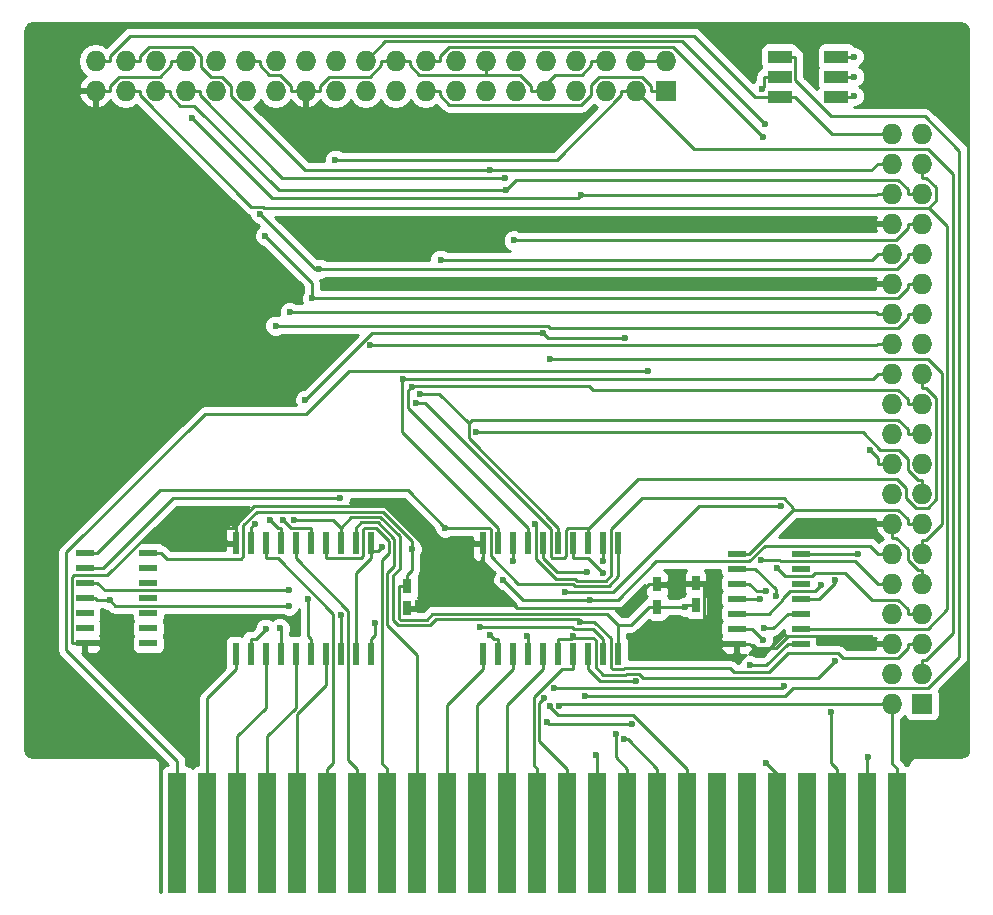
<source format=gbr>
G04 #@! TF.FileFunction,Copper,L1,Top,Signal*
%FSLAX46Y46*%
G04 Gerber Fmt 4.6, Leading zero omitted, Abs format (unit mm)*
G04 Created by KiCad (PCBNEW 4.0.7) date 05/03/18 12:04:11*
%MOMM*%
%LPD*%
G01*
G04 APERTURE LIST*
%ADD10C,0.100000*%
%ADD11R,1.727200X1.727200*%
%ADD12O,1.727200X1.727200*%
%ADD13R,1.524000X10.160000*%
%ADD14R,2.000000X1.100000*%
%ADD15R,0.750000X1.200000*%
%ADD16R,1.500000X0.600000*%
%ADD17R,0.600000X1.950000*%
%ADD18C,0.600000*%
%ADD19C,0.250000*%
%ADD20C,0.254000*%
G04 APERTURE END LIST*
D10*
D11*
X180784000Y-126873000D03*
D12*
X178244000Y-126873000D03*
X180784000Y-124333000D03*
X178244000Y-124333000D03*
X180784000Y-121793000D03*
X178244000Y-121793000D03*
X180784000Y-119253000D03*
X178244000Y-119253000D03*
X180784000Y-116713000D03*
X178244000Y-116713000D03*
X180784000Y-114173000D03*
X178244000Y-114173000D03*
X180784000Y-111633000D03*
X178244000Y-111633000D03*
X180784000Y-109093000D03*
X178244000Y-109093000D03*
X180784000Y-106553000D03*
X178244000Y-106553000D03*
X180784000Y-104013000D03*
X178244000Y-104013000D03*
X180784000Y-101473000D03*
X178244000Y-101473000D03*
X180784000Y-98933000D03*
X178244000Y-98933000D03*
X180784000Y-96393000D03*
X178244000Y-96393000D03*
X180784000Y-93853000D03*
X178244000Y-93853000D03*
X180784000Y-91313000D03*
X178244000Y-91313000D03*
X180784000Y-88773000D03*
X178244000Y-88773000D03*
X180784000Y-86233000D03*
X178244000Y-86233000D03*
X180784000Y-83693000D03*
X178244000Y-83693000D03*
X180784000Y-81153000D03*
X178244000Y-81153000D03*
X180784000Y-78613000D03*
X178244000Y-78613000D03*
D13*
X178689000Y-137795000D03*
X176149000Y-137795000D03*
X173609000Y-137795000D03*
X171069000Y-137795000D03*
X168529000Y-137795000D03*
X165989000Y-137795000D03*
X163449000Y-137795000D03*
X160909000Y-137795000D03*
X158369000Y-137795000D03*
X155829000Y-137795000D03*
X153289000Y-137795000D03*
X150749000Y-137795000D03*
X148209000Y-137795000D03*
X145669000Y-137795000D03*
X143129000Y-137795000D03*
X140589000Y-137795000D03*
X138049000Y-137795000D03*
X135509000Y-137795000D03*
X132969000Y-137795000D03*
X130429000Y-137795000D03*
X127889000Y-137795000D03*
X125349000Y-137795000D03*
X122809000Y-137795000D03*
X120269000Y-137795000D03*
X117729000Y-137795000D03*
D14*
X168732000Y-72087000D03*
X168732000Y-73787000D03*
X168732000Y-75487000D03*
X173532000Y-75487000D03*
X173532000Y-73787000D03*
X173532000Y-72087000D03*
D15*
X161608000Y-118567000D03*
X161608000Y-116667000D03*
X158369000Y-118679000D03*
X158369000Y-116779000D03*
X137185000Y-116906000D03*
X137185000Y-118806000D03*
D16*
X165098000Y-114173000D03*
X165098000Y-115443000D03*
X165098000Y-116713000D03*
X165098000Y-117983000D03*
X165098000Y-119253000D03*
X165098000Y-120523000D03*
X165098000Y-121793000D03*
X170498000Y-121793000D03*
X170498000Y-120523000D03*
X170498000Y-119253000D03*
X170498000Y-117983000D03*
X170498000Y-116713000D03*
X170498000Y-115443000D03*
X170498000Y-114173000D03*
D17*
X134112000Y-113282000D03*
X132842000Y-113282000D03*
X131572000Y-113282000D03*
X130302000Y-113282000D03*
X129032000Y-113282000D03*
X127762000Y-113282000D03*
X126492000Y-113282000D03*
X125222000Y-113282000D03*
X123952000Y-113282000D03*
X122682000Y-113282000D03*
X122682000Y-122682000D03*
X123952000Y-122682000D03*
X125222000Y-122682000D03*
X126492000Y-122682000D03*
X127762000Y-122682000D03*
X129032000Y-122682000D03*
X130302000Y-122682000D03*
X131572000Y-122682000D03*
X132842000Y-122682000D03*
X134112000Y-122682000D03*
X155067000Y-113282000D03*
X153797000Y-113282000D03*
X152527000Y-113282000D03*
X151257000Y-113282000D03*
X149987000Y-113282000D03*
X148717000Y-113282000D03*
X147447000Y-113282000D03*
X146177000Y-113282000D03*
X144907000Y-113282000D03*
X143637000Y-113282000D03*
X143637000Y-122682000D03*
X144907000Y-122682000D03*
X146177000Y-122682000D03*
X147447000Y-122682000D03*
X148717000Y-122682000D03*
X149987000Y-122682000D03*
X151257000Y-122682000D03*
X152527000Y-122682000D03*
X153797000Y-122682000D03*
X155067000Y-122682000D03*
D11*
X159068000Y-74993500D03*
D12*
X159068000Y-72453500D03*
X156528000Y-74993500D03*
X156528000Y-72453500D03*
X153988000Y-74993500D03*
X153988000Y-72453500D03*
X151448000Y-74993500D03*
X151448000Y-72453500D03*
X148908000Y-74993500D03*
X148908000Y-72453500D03*
X146368000Y-74993500D03*
X146368000Y-72453500D03*
X143828000Y-74993500D03*
X143828000Y-72453500D03*
X141288000Y-74993500D03*
X141288000Y-72453500D03*
X138748000Y-74993500D03*
X138748000Y-72453500D03*
X136208000Y-74993500D03*
X136208000Y-72453500D03*
X133668000Y-74993500D03*
X133668000Y-72453500D03*
X131128000Y-74993500D03*
X131128000Y-72453500D03*
X128588000Y-74993500D03*
X128588000Y-72453500D03*
X126048000Y-74993500D03*
X126048000Y-72453500D03*
X123508000Y-74993500D03*
X123508000Y-72453500D03*
X120968000Y-74993500D03*
X120968000Y-72453500D03*
X118428000Y-74993500D03*
X118428000Y-72453500D03*
X115888000Y-74993500D03*
X115888000Y-72453500D03*
X113348000Y-74993500D03*
X113348000Y-72453500D03*
X110808000Y-74993500D03*
X110808000Y-72453500D03*
D16*
X109891000Y-114122000D03*
X109891000Y-115392000D03*
X109891000Y-116662000D03*
X109891000Y-117932000D03*
X109891000Y-119202000D03*
X109891000Y-120472000D03*
X109891000Y-121742000D03*
X115291000Y-121742000D03*
X115291000Y-120472000D03*
X115291000Y-119202000D03*
X115291000Y-117932000D03*
X115291000Y-116662000D03*
X115291000Y-115392000D03*
X115291000Y-114122000D03*
D18*
X126663100Y-111287700D03*
X131114000Y-80818600D03*
X151813200Y-119924100D03*
X127573100Y-111308500D03*
X148692500Y-95490400D03*
X125209300Y-120525900D03*
X155656600Y-95901400D03*
X168472400Y-115385200D03*
X128574800Y-101152100D03*
X131572000Y-119364700D03*
X134071700Y-96548000D03*
X124297700Y-111680600D03*
X126048000Y-94865100D03*
X127236900Y-93723400D03*
X125574200Y-111294200D03*
X126397000Y-120501100D03*
X125166500Y-87260800D03*
X129130500Y-92513900D03*
X128813900Y-118026800D03*
X129755900Y-90045900D03*
X124725800Y-85413400D03*
X160704400Y-118679000D03*
X134433300Y-120065800D03*
X137583900Y-113793200D03*
X175348700Y-114173000D03*
X167563800Y-131876800D03*
X167318900Y-121446900D03*
X127155000Y-117287300D03*
X149264900Y-127068900D03*
X153797000Y-114785700D03*
X155544100Y-129892400D03*
X153744600Y-115808700D03*
X154866100Y-129409000D03*
X153178000Y-131241800D03*
X152423900Y-115764000D03*
X146123700Y-114758100D03*
X148805000Y-126396800D03*
X157543100Y-98740600D03*
X160710600Y-116723700D03*
X119970000Y-111981700D03*
X138150900Y-118369800D03*
X176174400Y-131368800D03*
X168390400Y-117722800D03*
X167094200Y-117983000D03*
X167388900Y-120481800D03*
X166222000Y-123606400D03*
X152225400Y-126265900D03*
X156217200Y-128582700D03*
X149029400Y-128446700D03*
X173099400Y-127565400D03*
X149666600Y-125587100D03*
X169122900Y-125387400D03*
X175038800Y-75438000D03*
X175039000Y-73787000D03*
X175036700Y-72136000D03*
X150559000Y-117418200D03*
X168874900Y-110162500D03*
X167219800Y-74809600D03*
X111996900Y-118133800D03*
X127178000Y-118576600D03*
X151194000Y-121174800D03*
X173408200Y-123254300D03*
X156557400Y-124961800D03*
X167181000Y-114736300D03*
X149289000Y-97733900D03*
X152653900Y-118092500D03*
X145330800Y-116406200D03*
X148001100Y-111634600D03*
X143029700Y-103910100D03*
X167606500Y-117353600D03*
X173377500Y-116440000D03*
X176405100Y-105416600D03*
X167329300Y-78910700D03*
X138271100Y-100621500D03*
X137603500Y-100032300D03*
X137929800Y-101412100D03*
X136879400Y-99394600D03*
X140018000Y-89287400D03*
X144234400Y-121048600D03*
X147374300Y-121147000D03*
X146214300Y-87659500D03*
X145478700Y-82388500D03*
X145554600Y-83396300D03*
X151920400Y-83843600D03*
X118991600Y-77302900D03*
X144209000Y-81725700D03*
X150065300Y-127055800D03*
X167484000Y-77829100D03*
X172226900Y-116861800D03*
X135031200Y-113608900D03*
X143350200Y-120392300D03*
X140411000Y-111974000D03*
X131542700Y-109466700D03*
D19*
X129032000Y-113282000D02*
X129032000Y-111981700D01*
X180784000Y-124333000D02*
X180784000Y-123144100D01*
X127357100Y-111981700D02*
X126663100Y-111287700D01*
X129032000Y-111981700D02*
X127357100Y-111981700D01*
X181155500Y-123144100D02*
X180784000Y-123144100D01*
X183406000Y-120893600D02*
X181155500Y-123144100D01*
X183406000Y-82042800D02*
X183406000Y-120893600D01*
X181299000Y-79935800D02*
X183406000Y-82042800D01*
X161470300Y-79935800D02*
X181299000Y-79935800D01*
X156528000Y-74993500D02*
X161470300Y-79935800D01*
X155339100Y-75365000D02*
X155339100Y-74993500D01*
X149885500Y-80818600D02*
X155339100Y-75365000D01*
X131114000Y-80818600D02*
X149885500Y-80818600D01*
X156528000Y-74993500D02*
X155339100Y-74993500D01*
X131572000Y-113282000D02*
X131572000Y-112094300D01*
X180784000Y-121793000D02*
X179595100Y-121793000D01*
X130898800Y-111308500D02*
X131572000Y-111981700D01*
X127573100Y-111308500D02*
X130898800Y-111308500D01*
X131572000Y-111981700D02*
X131572000Y-112094300D01*
X153000600Y-119924100D02*
X151813200Y-119924100D01*
X154422400Y-121345900D02*
X153000600Y-119924100D01*
X154422400Y-123823700D02*
X154422400Y-121345900D01*
X154581000Y-123982300D02*
X154422400Y-123823700D01*
X155502900Y-123982300D02*
X154581000Y-123982300D01*
X155599000Y-123886200D02*
X155502900Y-123982300D01*
X164560400Y-123886200D02*
X155599000Y-123886200D01*
X164906000Y-124231800D02*
X164560400Y-123886200D01*
X167807400Y-124231800D02*
X164906000Y-124231800D01*
X169454400Y-122584800D02*
X167807400Y-124231800D01*
X173711500Y-122584800D02*
X169454400Y-122584800D01*
X174108600Y-122981900D02*
X173711500Y-122584800D01*
X178777800Y-122981900D02*
X174108600Y-122981900D01*
X179595100Y-122164600D02*
X178777800Y-122981900D01*
X179595100Y-121793000D02*
X179595100Y-122164600D01*
X151635900Y-119746800D02*
X151813200Y-119924100D01*
X139631800Y-119746800D02*
X151635900Y-119746800D01*
X139131500Y-120247100D02*
X139631800Y-119746800D01*
X136425600Y-120247100D02*
X139131500Y-120247100D01*
X136006700Y-119828200D02*
X136425600Y-120247100D01*
X136006700Y-116009600D02*
X136006700Y-119828200D01*
X136569600Y-115446700D02*
X136006700Y-116009600D01*
X136569600Y-112721600D02*
X136569600Y-115446700D01*
X134929100Y-111081100D02*
X136569600Y-112721600D01*
X132472600Y-111081100D02*
X134929100Y-111081100D01*
X131572000Y-111981700D02*
X132472600Y-111081100D01*
X123952000Y-122682000D02*
X123952000Y-121381700D01*
X124353500Y-121381700D02*
X123952000Y-121381700D01*
X125209300Y-120525900D02*
X124353500Y-121381700D01*
X180784000Y-119253000D02*
X179595100Y-119253000D01*
X149103500Y-95901400D02*
X155656600Y-95901400D01*
X148692500Y-95490400D02*
X149103500Y-95901400D01*
X134236500Y-95490400D02*
X148692500Y-95490400D01*
X128574800Y-101152100D02*
X134236500Y-95490400D01*
X169155600Y-116068400D02*
X168472400Y-115385200D01*
X171458300Y-116068400D02*
X169155600Y-116068400D01*
X171721100Y-115805600D02*
X171458300Y-116068400D01*
X174264500Y-115805600D02*
X171721100Y-115805600D01*
X176523000Y-118064100D02*
X174264500Y-115805600D01*
X178777800Y-118064100D02*
X176523000Y-118064100D01*
X179595100Y-118881400D02*
X178777800Y-118064100D01*
X179595100Y-119253000D02*
X179595100Y-118881400D01*
X131572000Y-119364700D02*
X131572000Y-122682000D01*
X178244000Y-96393000D02*
X177055100Y-96393000D01*
X176900100Y-96548000D02*
X134071700Y-96548000D01*
X177055100Y-96393000D02*
X176900100Y-96548000D01*
X123952000Y-113282000D02*
X123952000Y-111981700D01*
X124253100Y-111680600D02*
X124297700Y-111680600D01*
X123952000Y-111981700D02*
X124253100Y-111680600D01*
X180784000Y-93853000D02*
X179595100Y-93853000D01*
X149141000Y-94865100D02*
X126048000Y-94865100D01*
X149317800Y-95041900D02*
X149141000Y-94865100D01*
X178777800Y-95041900D02*
X149317800Y-95041900D01*
X179595100Y-94224600D02*
X178777800Y-95041900D01*
X179595100Y-93853000D02*
X179595100Y-94224600D01*
X178244000Y-93853000D02*
X177055100Y-93853000D01*
X126492000Y-113282000D02*
X126492000Y-111981700D01*
X126261700Y-111981700D02*
X125574200Y-111294200D01*
X126492000Y-111981700D02*
X126261700Y-111981700D01*
X176925500Y-93723400D02*
X127236900Y-93723400D01*
X177055100Y-93853000D02*
X176925500Y-93723400D01*
X180784000Y-91313000D02*
X179595100Y-91313000D01*
X126492000Y-122682000D02*
X126492000Y-121381700D01*
X126492000Y-120596100D02*
X126397000Y-120501100D01*
X126492000Y-121381700D02*
X126492000Y-120596100D01*
X178765800Y-92513900D02*
X129130500Y-92513900D01*
X179595100Y-91684600D02*
X178765800Y-92513900D01*
X179595100Y-91313000D02*
X179595100Y-91684600D01*
X129130500Y-91224800D02*
X125166500Y-87260800D01*
X129130500Y-92513900D02*
X129130500Y-91224800D01*
X128813900Y-121163600D02*
X129032000Y-121381700D01*
X128813900Y-118026800D02*
X128813900Y-121163600D01*
X129032000Y-122682000D02*
X129032000Y-121381700D01*
X180784000Y-88773000D02*
X179595100Y-88773000D01*
X129358200Y-90045800D02*
X129755900Y-90045800D01*
X124725800Y-85413400D02*
X129358200Y-90045800D01*
X178693900Y-90045800D02*
X129755900Y-90045800D01*
X179595100Y-89144600D02*
X178693900Y-90045800D01*
X179595100Y-88773000D02*
X179595100Y-89144600D01*
X129755900Y-90045800D02*
X129755900Y-90045900D01*
X155067000Y-122682000D02*
X155067000Y-121381700D01*
X158369000Y-118679000D02*
X157668700Y-118679000D01*
X155067000Y-120211800D02*
X155067000Y-121381700D01*
X156135900Y-120211800D02*
X157668700Y-118679000D01*
X155067000Y-120211800D02*
X156135900Y-120211800D01*
X134112000Y-122682000D02*
X134112000Y-121381700D01*
X157879100Y-74621900D02*
X157879100Y-74993500D01*
X157061800Y-73804600D02*
X157879100Y-74621900D01*
X153438900Y-73804600D02*
X157061800Y-73804600D01*
X152750700Y-74492800D02*
X153438900Y-73804600D01*
X152750700Y-75377700D02*
X152750700Y-74492800D01*
X151933400Y-76195000D02*
X152750700Y-75377700D01*
X140766900Y-76195000D02*
X151933400Y-76195000D01*
X139936900Y-75365000D02*
X140766900Y-76195000D01*
X139936900Y-74993500D02*
X139936900Y-75365000D01*
X138748000Y-74993500D02*
X139936900Y-74993500D01*
X159068000Y-74993500D02*
X157879100Y-74993500D01*
X158369000Y-118679000D02*
X160704400Y-118679000D01*
X160795700Y-118679000D02*
X160907700Y-118567000D01*
X160704400Y-118679000D02*
X160795700Y-118679000D01*
X161608000Y-118567000D02*
X160907700Y-118567000D01*
X137185000Y-116906000D02*
X136484700Y-116906000D01*
X137185000Y-116906000D02*
X137185000Y-115980700D01*
X137583900Y-115581800D02*
X137583900Y-113793200D01*
X137185000Y-115980700D02*
X137583900Y-115581800D01*
X115291000Y-114122000D02*
X116366300Y-114122000D01*
X116844000Y-114599700D02*
X116366300Y-114122000D01*
X123112100Y-114599700D02*
X116844000Y-114599700D01*
X123326600Y-114385200D02*
X123112100Y-114599700D01*
X123326600Y-111749500D02*
X123326600Y-114385200D01*
X124445300Y-110630800D02*
X123326600Y-111749500D01*
X135115700Y-110630800D02*
X124445300Y-110630800D01*
X137583900Y-113099000D02*
X135115700Y-110630800D01*
X137583900Y-113793200D02*
X137583900Y-113099000D01*
X134433300Y-121060400D02*
X134112000Y-121381700D01*
X134433300Y-120065800D02*
X134433300Y-121060400D01*
X170498000Y-114173000D02*
X171573300Y-114173000D01*
X175348700Y-114173000D02*
X171573300Y-114173000D01*
X154131600Y-119276400D02*
X155067000Y-120211800D01*
X139322200Y-119276400D02*
X154131600Y-119276400D01*
X138833200Y-119765400D02*
X139322200Y-119276400D01*
X136628100Y-119765400D02*
X138833200Y-119765400D01*
X136484700Y-119622000D02*
X136628100Y-119765400D01*
X136484700Y-116906000D02*
X136484700Y-119622000D01*
X167563800Y-131876800D02*
X168529000Y-132842000D01*
X168529000Y-132842000D02*
X168529000Y-137795000D01*
X165098000Y-120523000D02*
X166173300Y-120523000D01*
X166395000Y-120523000D02*
X167318900Y-121446900D01*
X166173300Y-120523000D02*
X166395000Y-120523000D01*
X109891000Y-116662000D02*
X110966300Y-116662000D01*
X160909000Y-137795000D02*
X160909000Y-132389700D01*
X111591600Y-117287300D02*
X127155000Y-117287300D01*
X110966300Y-116662000D02*
X111591600Y-117287300D01*
X156327100Y-127807800D02*
X160909000Y-132389700D01*
X149933000Y-127807800D02*
X156327100Y-127807800D01*
X149264900Y-127139700D02*
X149933000Y-127807800D01*
X149264900Y-127068900D02*
X149264900Y-127139700D01*
X158369000Y-137795000D02*
X158369000Y-132389700D01*
X153797000Y-113282000D02*
X153797000Y-114582300D01*
X155871700Y-129892400D02*
X155544100Y-129892400D01*
X158369000Y-132389700D02*
X155871700Y-129892400D01*
X153797000Y-114582300D02*
X153797000Y-114785700D01*
X155829000Y-137795000D02*
X155829000Y-132389700D01*
X154866100Y-131426800D02*
X155829000Y-132389700D01*
X154866100Y-129409000D02*
X154866100Y-131426800D01*
X152518200Y-114582300D02*
X153744600Y-115808700D01*
X151257000Y-114582300D02*
X152518200Y-114582300D01*
X151257000Y-113282000D02*
X151257000Y-114582300D01*
X153289000Y-137795000D02*
X153289000Y-131352800D01*
X153289000Y-131352800D02*
X153178000Y-131241800D01*
X148717000Y-113282000D02*
X148717000Y-114582300D01*
X149898700Y-115764000D02*
X148717000Y-114582300D01*
X152423900Y-115764000D02*
X149898700Y-115764000D01*
X150749000Y-137795000D02*
X150749000Y-132389700D01*
X148361600Y-130002300D02*
X150749000Y-132389700D01*
X148361600Y-126840200D02*
X148361600Y-130002300D01*
X148805000Y-126396800D02*
X148361600Y-126840200D01*
X146177000Y-113282000D02*
X146177000Y-114582300D01*
X146123700Y-114635600D02*
X146123700Y-114758100D01*
X146177000Y-114582300D02*
X146123700Y-114635600D01*
X150260100Y-123982300D02*
X151257000Y-123982300D01*
X147892900Y-126349500D02*
X150260100Y-123982300D01*
X147892900Y-132073600D02*
X147892900Y-126349500D01*
X148209000Y-132389700D02*
X147892900Y-132073600D01*
X148209000Y-137795000D02*
X148209000Y-132389700D01*
X151257000Y-122682000D02*
X151257000Y-123982300D01*
X148717000Y-122682000D02*
X148717000Y-123982300D01*
X145669000Y-137795000D02*
X145669000Y-132389700D01*
X145669000Y-127030300D02*
X145669000Y-132389700D01*
X148717000Y-123982300D02*
X145669000Y-127030300D01*
X143129000Y-127030300D02*
X143129000Y-137795000D01*
X146177000Y-123982300D02*
X143129000Y-127030300D01*
X146177000Y-122682000D02*
X146177000Y-123982300D01*
X140589000Y-127030300D02*
X140589000Y-137795000D01*
X143637000Y-123982300D02*
X140589000Y-127030300D01*
X143637000Y-122682000D02*
X143637000Y-123982300D01*
X138049000Y-122787100D02*
X138049000Y-137795000D01*
X135509000Y-120247100D02*
X138049000Y-122787100D01*
X135509000Y-115822800D02*
X135509000Y-120247100D01*
X136119300Y-115212500D02*
X135509000Y-115822800D01*
X136119300Y-112908200D02*
X136119300Y-115212500D01*
X134742500Y-111531400D02*
X136119300Y-112908200D01*
X133292300Y-111531400D02*
X134742500Y-111531400D01*
X132842000Y-111981700D02*
X133292300Y-111531400D01*
X132842000Y-113282000D02*
X132842000Y-111981700D01*
X130302000Y-113282000D02*
X130302000Y-114582300D01*
X135058700Y-131939400D02*
X135509000Y-132389700D01*
X135058700Y-114731900D02*
X135058700Y-131939400D01*
X135669000Y-114121600D02*
X135058700Y-114731900D01*
X135669000Y-113094800D02*
X135669000Y-114121600D01*
X134555900Y-111981700D02*
X135669000Y-113094800D01*
X133611800Y-111981700D02*
X134555900Y-111981700D01*
X133477000Y-112116500D02*
X133611800Y-111981700D01*
X133477000Y-114390600D02*
X133477000Y-112116500D01*
X133285300Y-114582300D02*
X133477000Y-114390600D01*
X130302000Y-114582300D02*
X133285300Y-114582300D01*
X135509000Y-137795000D02*
X135509000Y-132389700D01*
X127762000Y-113282000D02*
X127762000Y-114582300D01*
X132969000Y-137795000D02*
X132969000Y-132389700D01*
X132197300Y-119017600D02*
X127762000Y-114582300D01*
X132197300Y-131618000D02*
X132197300Y-119017600D01*
X132969000Y-132389700D02*
X132197300Y-131618000D01*
X125222000Y-113282000D02*
X125222000Y-114582300D01*
X130429000Y-137795000D02*
X130429000Y-132389700D01*
X130927400Y-131891300D02*
X130429000Y-132389700D01*
X130927400Y-119255900D02*
X130927400Y-131891300D01*
X126253800Y-114582300D02*
X130927400Y-119255900D01*
X125222000Y-114582300D02*
X126253800Y-114582300D01*
X127889000Y-127718600D02*
X127889000Y-137795000D01*
X130302000Y-125305600D02*
X127889000Y-127718600D01*
X130302000Y-122682000D02*
X130302000Y-125305600D01*
X125349000Y-129621700D02*
X125349000Y-137795000D01*
X127762000Y-127208700D02*
X125349000Y-129621700D01*
X127762000Y-122682000D02*
X127762000Y-127208700D01*
X122809000Y-129621700D02*
X122809000Y-137795000D01*
X125222000Y-127208700D02*
X122809000Y-129621700D01*
X125222000Y-122682000D02*
X125222000Y-127208700D01*
X120269000Y-126395300D02*
X120269000Y-137795000D01*
X122682000Y-123982300D02*
X120269000Y-126395300D01*
X122682000Y-122682000D02*
X122682000Y-123982300D01*
X132227000Y-98740600D02*
X157543100Y-98740600D01*
X128620800Y-102346800D02*
X132227000Y-98740600D01*
X120079600Y-102346800D02*
X128620800Y-102346800D01*
X108347700Y-114078700D02*
X120079600Y-102346800D01*
X108347700Y-122363100D02*
X108347700Y-114078700D01*
X117729000Y-131744400D02*
X108347700Y-122363100D01*
X117729000Y-137795000D02*
X117729000Y-131744400D01*
X127399100Y-74621900D02*
X127399100Y-74993500D01*
X126419600Y-73642400D02*
X127399100Y-74621900D01*
X125514200Y-73642400D02*
X126419600Y-73642400D01*
X124696900Y-72825100D02*
X125514200Y-73642400D01*
X124696900Y-72453500D02*
X124696900Y-72825100D01*
X127999500Y-74993500D02*
X127399100Y-74993500D01*
X180412400Y-115524100D02*
X180784000Y-115524100D01*
X179595100Y-114706800D02*
X180412400Y-115524100D01*
X179595100Y-113801400D02*
X179595100Y-114706800D01*
X178615600Y-112821900D02*
X179595100Y-113801400D01*
X178244000Y-112821900D02*
X178615600Y-112821900D01*
X180784000Y-116713000D02*
X180784000Y-115524100D01*
X123508000Y-72453500D02*
X124696900Y-72453500D01*
X178244000Y-111633000D02*
X178244000Y-112821900D01*
X136208000Y-72453500D02*
X137396900Y-72453500D01*
X137396900Y-72825100D02*
X137396900Y-72453500D01*
X138214200Y-73642400D02*
X137396900Y-72825100D01*
X143828000Y-73642400D02*
X138214200Y-73642400D01*
X158719200Y-116779000D02*
X159069300Y-116779000D01*
X143828000Y-72453500D02*
X143828000Y-73529800D01*
X143828000Y-73529800D02*
X143828000Y-73642400D01*
X147719100Y-74622000D02*
X147719100Y-74993500D01*
X146739500Y-73642400D02*
X147719100Y-74622000D01*
X143828000Y-73642400D02*
X146739500Y-73642400D01*
X148908000Y-74993500D02*
X148319500Y-74993500D01*
X148319500Y-74993500D02*
X147719100Y-74993500D01*
X152799100Y-72825100D02*
X152799100Y-72453500D01*
X151981800Y-73642400D02*
X152799100Y-72825100D01*
X149670600Y-73642400D02*
X151981800Y-73642400D01*
X148319500Y-74993500D02*
X149670600Y-73642400D01*
X153988000Y-72453500D02*
X152799100Y-72453500D01*
X111996900Y-74621900D02*
X111996900Y-74993500D01*
X112814200Y-73804600D02*
X111996900Y-74621900D01*
X116259600Y-73804600D02*
X112814200Y-73804600D01*
X117239100Y-72825100D02*
X116259600Y-73804600D01*
X117239100Y-72453500D02*
X117239100Y-72825100D01*
X118428000Y-72453500D02*
X117239100Y-72453500D01*
X110808000Y-74993500D02*
X111996900Y-74993500D01*
X109891000Y-121742000D02*
X108815700Y-121742000D01*
X136208000Y-72453500D02*
X135019100Y-72453500D01*
X128588000Y-74993500D02*
X127999500Y-74993500D01*
X135019100Y-72825100D02*
X135019100Y-72453500D01*
X134039600Y-73804600D02*
X135019100Y-72825100D01*
X130594200Y-73804600D02*
X134039600Y-73804600D01*
X129776900Y-74621900D02*
X130594200Y-73804600D01*
X129776900Y-74993500D02*
X129776900Y-74621900D01*
X128588000Y-74993500D02*
X129776900Y-74993500D01*
X137185000Y-118806000D02*
X137885300Y-118806000D01*
X158719200Y-116779000D02*
X158369000Y-116779000D01*
X158369000Y-116779000D02*
X157668700Y-116779000D01*
X143637000Y-113282000D02*
X143637000Y-114582300D01*
X138150900Y-118540400D02*
X137885300Y-118806000D01*
X138150900Y-118369800D02*
X138150900Y-118540400D01*
X119970000Y-111981700D02*
X122682000Y-111981700D01*
X122682000Y-113282000D02*
X122682000Y-111981700D01*
X143637000Y-115886300D02*
X140634400Y-115886300D01*
X140634400Y-115886300D02*
X138150900Y-118369800D01*
X115832300Y-111981700D02*
X119970000Y-111981700D01*
X111787000Y-116027000D02*
X115832300Y-111981700D01*
X108968900Y-116027000D02*
X111787000Y-116027000D01*
X108815700Y-116180200D02*
X108968900Y-116027000D01*
X108815700Y-121742000D02*
X108815700Y-116180200D01*
X162308300Y-120078600D02*
X164022700Y-121793000D01*
X162308300Y-116667000D02*
X162308300Y-120078600D01*
X161608000Y-116667000D02*
X162308300Y-116667000D01*
X165098000Y-121793000D02*
X164022700Y-121793000D01*
X166519300Y-122139000D02*
X166173300Y-121793000D01*
X168439800Y-122139000D02*
X166519300Y-122139000D01*
X169411200Y-121167600D02*
X168439800Y-122139000D01*
X176429700Y-121167600D02*
X169411200Y-121167600D01*
X177055100Y-121793000D02*
X176429700Y-121167600D01*
X178244000Y-121793000D02*
X177055100Y-121793000D01*
X165098000Y-121793000D02*
X166173300Y-121793000D01*
X161608000Y-116667000D02*
X160907700Y-116667000D01*
X160655300Y-116779000D02*
X160710600Y-116723700D01*
X159069300Y-116779000D02*
X160655300Y-116779000D01*
X160851000Y-116723700D02*
X160907700Y-116667000D01*
X160710600Y-116723700D02*
X160851000Y-116723700D01*
X122682000Y-111742900D02*
X122682000Y-111981700D01*
X124249500Y-110175400D02*
X122682000Y-111742900D01*
X135297200Y-110175400D02*
X124249500Y-110175400D01*
X140634400Y-115512600D02*
X135297200Y-110175400D01*
X140634400Y-115886300D02*
X140634400Y-115512600D01*
X143637000Y-114582300D02*
X143637000Y-115886300D01*
X155691500Y-118756200D02*
X157668700Y-116779000D01*
X146506900Y-118756200D02*
X155691500Y-118756200D01*
X143637000Y-115886300D02*
X146506900Y-118756200D01*
X176149000Y-137795000D02*
X176149000Y-131394200D01*
X176149000Y-131394200D02*
X176174400Y-131368800D01*
X176149000Y-137795000D02*
X176149000Y-132465000D01*
X168390400Y-117179900D02*
X168390400Y-117722800D01*
X166653500Y-115443000D02*
X168390400Y-117179900D01*
X166173300Y-115443000D02*
X166653500Y-115443000D01*
X165098000Y-115443000D02*
X166173300Y-115443000D01*
X165098000Y-117983000D02*
X167094200Y-117983000D01*
X170498000Y-119253000D02*
X169422700Y-119253000D01*
X168193900Y-120481800D02*
X169422700Y-119253000D01*
X167388900Y-120481800D02*
X168193900Y-120481800D01*
X170498000Y-121793000D02*
X169422700Y-121793000D01*
X167609300Y-123606400D02*
X169422700Y-121793000D01*
X166222000Y-123606400D02*
X167609300Y-123606400D01*
X168732000Y-72087000D02*
X170057300Y-72087000D01*
X170057300Y-74095200D02*
X170057300Y-72087000D01*
X173101500Y-77139400D02*
X170057300Y-74095200D01*
X181018300Y-77139400D02*
X173101500Y-77139400D01*
X183938000Y-80059100D02*
X181018300Y-77139400D01*
X183938000Y-122888200D02*
X183938000Y-80059100D01*
X181253400Y-125572800D02*
X183938000Y-122888200D01*
X169834300Y-125572800D02*
X181253400Y-125572800D01*
X169141200Y-126265900D02*
X169834300Y-125572800D01*
X152225400Y-126265900D02*
X169141200Y-126265900D01*
X149165400Y-128582700D02*
X149029400Y-128446700D01*
X156217200Y-128582700D02*
X149165400Y-128582700D01*
X173099400Y-131880100D02*
X173609000Y-132389700D01*
X173099400Y-127565400D02*
X173099400Y-131880100D01*
X173609000Y-137795000D02*
X173609000Y-132389700D01*
X168923200Y-125587100D02*
X149666600Y-125587100D01*
X169122900Y-125387400D02*
X168923200Y-125587100D01*
X173532000Y-75487000D02*
X174857300Y-75487000D01*
X174906300Y-75438000D02*
X175038800Y-75438000D01*
X174857300Y-75487000D02*
X174906300Y-75438000D01*
X173532000Y-73787000D02*
X174857300Y-73787000D01*
X174857300Y-73787000D02*
X175039000Y-73787000D01*
X173532000Y-72087000D02*
X174857300Y-72087000D01*
X174906300Y-72136000D02*
X175036700Y-72136000D01*
X174857300Y-72087000D02*
X174906300Y-72136000D01*
X167406700Y-74622700D02*
X167406700Y-73787000D01*
X167219800Y-74809600D02*
X167406700Y-74622700D01*
X168732000Y-73787000D02*
X167406700Y-73787000D01*
X154656900Y-117418200D02*
X150559000Y-117418200D01*
X161912600Y-110162500D02*
X154656900Y-117418200D01*
X168874900Y-110162500D02*
X161912600Y-110162500D01*
X178244000Y-78613000D02*
X177055100Y-78613000D01*
X173183300Y-78613000D02*
X177055100Y-78613000D01*
X170057300Y-75487000D02*
X173183300Y-78613000D01*
X168732000Y-75487000D02*
X170057300Y-75487000D01*
X110808000Y-72453500D02*
X111996900Y-72453500D01*
X168732000Y-75487000D02*
X167406700Y-75487000D01*
X111996900Y-72082000D02*
X111996900Y-72453500D01*
X113762100Y-70316800D02*
X111996900Y-72082000D01*
X161485600Y-70316800D02*
X113762100Y-70316800D01*
X166655800Y-75487000D02*
X161485600Y-70316800D01*
X167406700Y-75487000D02*
X166655800Y-75487000D01*
X109891000Y-117932000D02*
X110750200Y-117932000D01*
X110952000Y-118133800D02*
X111996900Y-118133800D01*
X110750200Y-117932000D02*
X110952000Y-118133800D01*
X112439700Y-118576600D02*
X111996900Y-118133800D01*
X127178000Y-118576600D02*
X112439700Y-118576600D01*
X149987000Y-122682000D02*
X149987000Y-121381700D01*
X151090500Y-121381700D02*
X151194000Y-121278200D01*
X149987000Y-121381700D02*
X151090500Y-121381700D01*
X151194000Y-121278200D02*
X151194000Y-121174800D01*
X152943400Y-121278200D02*
X151194000Y-121278200D01*
X153152400Y-121487200D02*
X152943400Y-121278200D01*
X153152400Y-123806000D02*
X153152400Y-121487200D01*
X153795200Y-124448800D02*
X153152400Y-123806000D01*
X155673300Y-124448800D02*
X153795200Y-124448800D01*
X155785600Y-124336500D02*
X155673300Y-124448800D01*
X156816500Y-124336500D02*
X155785600Y-124336500D01*
X157162200Y-124682200D02*
X156816500Y-124336500D01*
X171980300Y-124682200D02*
X157162200Y-124682200D01*
X173408200Y-123254300D02*
X171980300Y-124682200D01*
X152527000Y-122682000D02*
X152527000Y-123982300D01*
X153506500Y-124961800D02*
X156557400Y-124961800D01*
X152527000Y-123982300D02*
X153506500Y-124961800D01*
X178244000Y-116713000D02*
X177055100Y-116713000D01*
X168723600Y-114736300D02*
X167181000Y-114736300D01*
X168785700Y-114798400D02*
X168723600Y-114736300D01*
X175140500Y-114798400D02*
X168785700Y-114798400D01*
X177055100Y-116713000D02*
X175140500Y-114798400D01*
X180784000Y-114173000D02*
X180784000Y-112984100D01*
X181323100Y-97733900D02*
X149289000Y-97733900D01*
X182457900Y-98868700D02*
X181323100Y-97733900D01*
X182457900Y-111681700D02*
X182457900Y-98868700D01*
X181155500Y-112984100D02*
X182457900Y-111681700D01*
X180784000Y-112984100D02*
X181155500Y-112984100D01*
X178244000Y-114173000D02*
X177055100Y-114173000D01*
X155015800Y-118092500D02*
X152653900Y-118092500D01*
X158290600Y-114817700D02*
X155015800Y-118092500D01*
X166165500Y-114817700D02*
X158290600Y-114817700D01*
X167480000Y-113503200D02*
X166165500Y-114817700D01*
X176385300Y-113503200D02*
X167480000Y-113503200D01*
X177055100Y-114173000D02*
X176385300Y-113503200D01*
X147017100Y-118092500D02*
X152653900Y-118092500D01*
X145330800Y-116406200D02*
X147017100Y-118092500D01*
X165098000Y-114173000D02*
X166173300Y-114173000D01*
X180784000Y-111633000D02*
X179595100Y-111633000D01*
X178777800Y-110444100D02*
X169902200Y-110444100D01*
X179595100Y-111261400D02*
X178777800Y-110444100D01*
X179595100Y-111633000D02*
X179595100Y-111261400D01*
X169902200Y-110444100D02*
X166173300Y-114173000D01*
X169902200Y-110295400D02*
X169902200Y-110444100D01*
X169099100Y-109492300D02*
X169902200Y-110295400D01*
X157042700Y-109492300D02*
X169099100Y-109492300D01*
X154441700Y-112093300D02*
X157042700Y-109492300D01*
X154441700Y-116009200D02*
X154441700Y-112093300D01*
X153985300Y-116465600D02*
X154441700Y-116009200D01*
X151593900Y-116465600D02*
X153985300Y-116465600D01*
X151417400Y-116289100D02*
X151593900Y-116465600D01*
X149775600Y-116289100D02*
X151417400Y-116289100D01*
X148091600Y-114605100D02*
X149775600Y-116289100D01*
X148091600Y-111725100D02*
X148091600Y-114605100D01*
X148001100Y-111634600D02*
X148091600Y-111725100D01*
X180784000Y-109093000D02*
X180784000Y-107904100D01*
X175783000Y-103910100D02*
X143029700Y-103910100D01*
X177236900Y-105364000D02*
X175783000Y-103910100D01*
X178793000Y-105364000D02*
X177236900Y-105364000D01*
X179595100Y-106166100D02*
X178793000Y-105364000D01*
X179595100Y-107086800D02*
X179595100Y-106166100D01*
X180412400Y-107904100D02*
X179595100Y-107086800D01*
X180784000Y-107904100D02*
X180412400Y-107904100D01*
X166813900Y-117353600D02*
X166173300Y-116713000D01*
X167606500Y-117353600D02*
X166813900Y-117353600D01*
X165098000Y-116713000D02*
X166173300Y-116713000D01*
X138748000Y-72453500D02*
X139936900Y-72453500D01*
X178244000Y-106553000D02*
X177055100Y-106553000D01*
X170498000Y-117983000D02*
X171573300Y-117983000D01*
X177055100Y-106066600D02*
X176405100Y-105416600D01*
X177055100Y-106553000D02*
X177055100Y-106066600D01*
X139936900Y-72081900D02*
X139936900Y-72453500D01*
X140754200Y-71264600D02*
X139936900Y-72081900D01*
X159683200Y-71264600D02*
X140754200Y-71264600D01*
X167329300Y-78910700D02*
X159683200Y-71264600D01*
X173377500Y-116681600D02*
X173377500Y-116440000D01*
X172076100Y-117983000D02*
X173377500Y-116681600D01*
X171573300Y-117983000D02*
X172076100Y-117983000D01*
X149987000Y-113282000D02*
X149987000Y-111981700D01*
X180784000Y-104013000D02*
X179595100Y-104013000D01*
X142670100Y-102820400D02*
X142395400Y-103095100D01*
X178774000Y-102820400D02*
X142670100Y-102820400D01*
X179595100Y-103641500D02*
X178774000Y-102820400D01*
X179595100Y-104013000D02*
X179595100Y-103641500D01*
X142395400Y-104390100D02*
X142395400Y-103095100D01*
X149987000Y-111981700D02*
X142395400Y-104390100D01*
X139921800Y-100621500D02*
X138271100Y-100621500D01*
X142395400Y-103095100D02*
X139921800Y-100621500D01*
X147447000Y-113282000D02*
X147447000Y-111981700D01*
X180784000Y-101473000D02*
X179595100Y-101473000D01*
X137276300Y-101811000D02*
X147447000Y-111981700D01*
X137276300Y-100359500D02*
X137276300Y-101811000D01*
X137603500Y-100032300D02*
X137276300Y-100359500D01*
X179595100Y-101101400D02*
X179595100Y-101473000D01*
X178777800Y-100284100D02*
X179595100Y-101101400D01*
X152903800Y-100284100D02*
X178777800Y-100284100D01*
X152603200Y-99983500D02*
X152903800Y-100284100D01*
X137652300Y-99983500D02*
X152603200Y-99983500D01*
X137603500Y-100032300D02*
X137652300Y-99983500D01*
X152527000Y-112631800D02*
X152527000Y-113282000D01*
X180784000Y-98933000D02*
X180784000Y-100121900D01*
X156778200Y-107843100D02*
X152527000Y-112094300D01*
X178676300Y-107843100D02*
X156778200Y-107843100D01*
X179433000Y-108599800D02*
X178676300Y-107843100D01*
X179433000Y-109461600D02*
X179433000Y-108599800D01*
X180254800Y-110283400D02*
X179433000Y-109461600D01*
X181314800Y-110283400D02*
X180254800Y-110283400D01*
X182007500Y-109590700D02*
X181314800Y-110283400D01*
X182007500Y-100973800D02*
X182007500Y-109590700D01*
X181155600Y-100121900D02*
X182007500Y-100973800D01*
X180784000Y-100121900D02*
X181155600Y-100121900D01*
X152527000Y-112199800D02*
X152527000Y-112094300D01*
X152527000Y-112631800D02*
X152527000Y-112199800D01*
X138683300Y-101412100D02*
X137929800Y-101412100D01*
X149349300Y-112078100D02*
X138683300Y-101412100D01*
X149349300Y-114436600D02*
X149349300Y-112078100D01*
X149495100Y-114582400D02*
X149349300Y-114436600D01*
X150429800Y-114582400D02*
X149495100Y-114582400D01*
X150631600Y-114380600D02*
X150429800Y-114582400D01*
X150631600Y-112172300D02*
X150631600Y-114380600D01*
X150822300Y-111981600D02*
X150631600Y-112172300D01*
X152414300Y-111981600D02*
X150822300Y-111981600D01*
X152527000Y-112094300D02*
X152414300Y-111981600D01*
X144907000Y-113282000D02*
X144907000Y-111981700D01*
X178244000Y-98933000D02*
X177055100Y-98933000D01*
X136795900Y-103870600D02*
X144907000Y-111981700D01*
X136795900Y-99478100D02*
X136795900Y-103870600D01*
X136879400Y-99394600D02*
X136795900Y-99478100D01*
X176593500Y-99394600D02*
X177055100Y-98933000D01*
X136879400Y-99394600D02*
X176593500Y-99394600D01*
X178244000Y-88773000D02*
X177055100Y-88773000D01*
X176540700Y-89287400D02*
X140018000Y-89287400D01*
X177055100Y-88773000D02*
X176540700Y-89287400D01*
X144567500Y-121381700D02*
X144234400Y-121048600D01*
X144907000Y-121381700D02*
X144567500Y-121381700D01*
X144907000Y-122682000D02*
X144907000Y-121381700D01*
X147447000Y-122682000D02*
X147447000Y-121381700D01*
X180784000Y-86233000D02*
X179595100Y-86233000D01*
X119616900Y-75383600D02*
X119616900Y-74993500D01*
X126621800Y-82388500D02*
X119616900Y-75383600D01*
X145478700Y-82388500D02*
X126621800Y-82388500D01*
X118428000Y-74993500D02*
X119616900Y-74993500D01*
X147447000Y-121219700D02*
X147374300Y-121147000D01*
X147447000Y-121381700D02*
X147447000Y-121219700D01*
X146290100Y-87583700D02*
X146214300Y-87659500D01*
X178575300Y-87583700D02*
X146290100Y-87583700D01*
X179595100Y-86563900D02*
X178575300Y-87583700D01*
X179595100Y-86233000D02*
X179595100Y-86563900D01*
X115888000Y-74993500D02*
X117076900Y-74993500D01*
X180784000Y-83693000D02*
X179595100Y-83693000D01*
X146446800Y-82504100D02*
X145554600Y-83396300D01*
X178777800Y-82504100D02*
X146446800Y-82504100D01*
X179595100Y-83321400D02*
X178777800Y-82504100D01*
X179595100Y-83693000D02*
X179595100Y-83321400D01*
X117076900Y-75365100D02*
X117076900Y-74993500D01*
X117954000Y-76242200D02*
X117076900Y-75365100D01*
X119176400Y-76242200D02*
X117954000Y-76242200D01*
X126330500Y-83396300D02*
X119176400Y-76242200D01*
X145554600Y-83396300D02*
X126330500Y-83396300D01*
X178244000Y-83693000D02*
X177055100Y-83693000D01*
X176904500Y-83843600D02*
X151920400Y-83843600D01*
X177055100Y-83693000D02*
X176904500Y-83843600D01*
X125754300Y-84065600D02*
X118991600Y-77302900D01*
X151698400Y-84065600D02*
X125754300Y-84065600D01*
X151920400Y-83843600D02*
X151698400Y-84065600D01*
X180784000Y-81153000D02*
X180784000Y-82341900D01*
X113348000Y-74993500D02*
X114536900Y-74993500D01*
X181972900Y-84265000D02*
X181352000Y-84885900D01*
X181972900Y-83170600D02*
X181972900Y-84265000D01*
X181144200Y-82341900D02*
X181972900Y-83170600D01*
X180784000Y-82341900D02*
X181144200Y-82341900D01*
X181252300Y-120523000D02*
X170498000Y-120523000D01*
X182910200Y-118865100D02*
X181252300Y-120523000D01*
X182910200Y-86444100D02*
X182910200Y-118865100D01*
X181352000Y-84885900D02*
X182910200Y-86444100D01*
X114536900Y-75365000D02*
X114536900Y-74993500D01*
X123960000Y-84788100D02*
X114536900Y-75365000D01*
X124984900Y-84788100D02*
X123960000Y-84788100D01*
X125082700Y-84885900D02*
X124984900Y-84788100D01*
X181352000Y-84885900D02*
X125082700Y-84885900D01*
X178244000Y-81153000D02*
X177055100Y-81153000D01*
X176482400Y-81725700D02*
X144209000Y-81725700D01*
X177055100Y-81153000D02*
X176482400Y-81725700D01*
X113348000Y-72453500D02*
X114536900Y-72453500D01*
X128542600Y-81725700D02*
X144209000Y-81725700D01*
X122238000Y-75421100D02*
X128542600Y-81725700D01*
X122238000Y-74560200D02*
X122238000Y-75421100D01*
X121482300Y-73804500D02*
X122238000Y-74560200D01*
X120615700Y-73804500D02*
X121482300Y-73804500D01*
X119779000Y-72967800D02*
X120615700Y-73804500D01*
X119779000Y-72074900D02*
X119779000Y-72967800D01*
X118964800Y-71260700D02*
X119779000Y-72074900D01*
X115358200Y-71260700D02*
X118964800Y-71260700D01*
X114536900Y-72082000D02*
X115358200Y-71260700D01*
X114536900Y-72453500D02*
X114536900Y-72082000D01*
X178244000Y-131944700D02*
X178244000Y-126873000D01*
X178689000Y-132389700D02*
X178244000Y-131944700D01*
X178689000Y-137795000D02*
X178689000Y-132389700D01*
X178244000Y-126873000D02*
X177055100Y-126873000D01*
X156528000Y-72453500D02*
X159068000Y-72453500D01*
X150181000Y-126940100D02*
X150065300Y-127055800D01*
X176988000Y-126940100D02*
X150181000Y-126940100D01*
X177055100Y-126873000D02*
X176988000Y-126940100D01*
X135337200Y-70784300D02*
X133668000Y-72453500D01*
X160439200Y-70784300D02*
X135337200Y-70784300D01*
X167484000Y-77829100D02*
X160439200Y-70784300D01*
X171731100Y-117357600D02*
X172226900Y-116861800D01*
X169613000Y-117357600D02*
X171731100Y-117357600D01*
X169015800Y-117954800D02*
X169613000Y-117357600D01*
X169015800Y-118040300D02*
X169015800Y-117954800D01*
X167803100Y-119253000D02*
X169015800Y-118040300D01*
X165098000Y-119253000D02*
X167803100Y-119253000D01*
X132842000Y-115852300D02*
X134112000Y-114582300D01*
X132842000Y-122682000D02*
X132842000Y-115852300D01*
X134112000Y-113282000D02*
X134112000Y-113948400D01*
X134112000Y-113948400D02*
X134112000Y-114582300D01*
X134691700Y-113948400D02*
X135031200Y-113608900D01*
X134112000Y-113948400D02*
X134691700Y-113948400D01*
X153797000Y-122682000D02*
X153797000Y-121381700D01*
X109891000Y-114122000D02*
X110966300Y-114122000D01*
X152964700Y-120549400D02*
X153797000Y-121381700D01*
X151319200Y-120549400D02*
X152964700Y-120549400D01*
X151162100Y-120392300D02*
X151319200Y-120549400D01*
X143350200Y-120392300D02*
X151162100Y-120392300D01*
X116291800Y-108796500D02*
X110966300Y-114122000D01*
X137233500Y-108796500D02*
X116291800Y-108796500D01*
X140411000Y-111974000D02*
X137233500Y-108796500D01*
X155067000Y-116102700D02*
X155067000Y-113282000D01*
X154253800Y-116915900D02*
X155067000Y-116102700D01*
X151407300Y-116915900D02*
X154253800Y-116915900D01*
X151230800Y-116739400D02*
X151407300Y-116915900D01*
X146603600Y-116739400D02*
X151230800Y-116739400D01*
X144262400Y-114398200D02*
X146603600Y-116739400D01*
X144262400Y-112122900D02*
X144262400Y-114398200D01*
X144113500Y-111974000D02*
X144262400Y-112122900D01*
X140411000Y-111974000D02*
X144113500Y-111974000D01*
X111459500Y-115392000D02*
X109891000Y-115392000D01*
X117384800Y-109466700D02*
X111459500Y-115392000D01*
X131542700Y-109466700D02*
X117384800Y-109466700D01*
D20*
G36*
X184358979Y-69345478D02*
X184536145Y-69463856D01*
X184654521Y-69641019D01*
X184710000Y-69919931D01*
X184710000Y-130740069D01*
X184654521Y-131018981D01*
X184536145Y-131196144D01*
X184358979Y-131314522D01*
X184080070Y-131370000D01*
X180340000Y-131370000D01*
X180068295Y-131424046D01*
X179837954Y-131577954D01*
X179684046Y-131808295D01*
X179630000Y-132080000D01*
X179630000Y-132103808D01*
X179451000Y-132067560D01*
X179370233Y-132067560D01*
X179226401Y-131852299D01*
X179004000Y-131629898D01*
X179004000Y-128152520D01*
X179312442Y-127946426D01*
X179317238Y-127971917D01*
X179456310Y-128188041D01*
X179668510Y-128333031D01*
X179920400Y-128384040D01*
X181647600Y-128384040D01*
X181882917Y-128339762D01*
X182099041Y-128200690D01*
X182244031Y-127988490D01*
X182295040Y-127736600D01*
X182295040Y-126009400D01*
X182250762Y-125774083D01*
X182202273Y-125698729D01*
X184475401Y-123425601D01*
X184640148Y-123179039D01*
X184698000Y-122888200D01*
X184698000Y-80059100D01*
X184655584Y-79845862D01*
X184640148Y-79768260D01*
X184475401Y-79521699D01*
X181555701Y-76601999D01*
X181309139Y-76437252D01*
X181018300Y-76379400D01*
X175066588Y-76379400D01*
X175070942Y-76373029D01*
X175223967Y-76373162D01*
X175567743Y-76231117D01*
X175830992Y-75968327D01*
X175973638Y-75624799D01*
X175973962Y-75252833D01*
X175831917Y-74909057D01*
X175569127Y-74645808D01*
X175489241Y-74612636D01*
X175567943Y-74580117D01*
X175831192Y-74317327D01*
X175973838Y-73973799D01*
X175974162Y-73601833D01*
X175832117Y-73258057D01*
X175569327Y-72994808D01*
X175488194Y-72961118D01*
X175565643Y-72929117D01*
X175828892Y-72666327D01*
X175971538Y-72322799D01*
X175971862Y-71950833D01*
X175829817Y-71607057D01*
X175567027Y-71343808D01*
X175223499Y-71201162D01*
X175070393Y-71201029D01*
X174996090Y-71085559D01*
X174783890Y-70940569D01*
X174532000Y-70889560D01*
X172532000Y-70889560D01*
X172296683Y-70933838D01*
X172080559Y-71072910D01*
X171935569Y-71285110D01*
X171884560Y-71537000D01*
X171884560Y-72637000D01*
X171928838Y-72872317D01*
X171969481Y-72935478D01*
X171935569Y-72985110D01*
X171884560Y-73237000D01*
X171884560Y-74337000D01*
X171928838Y-74572317D01*
X171969481Y-74635478D01*
X171935569Y-74685110D01*
X171899605Y-74862703D01*
X170817300Y-73780398D01*
X170817300Y-72087000D01*
X170759448Y-71796161D01*
X170594701Y-71549599D01*
X170351196Y-71386894D01*
X170335162Y-71301683D01*
X170196090Y-71085559D01*
X169983890Y-70940569D01*
X169732000Y-70889560D01*
X167732000Y-70889560D01*
X167496683Y-70933838D01*
X167280559Y-71072910D01*
X167135569Y-71285110D01*
X167084560Y-71537000D01*
X167084560Y-72637000D01*
X167128838Y-72872317D01*
X167169481Y-72935478D01*
X167135569Y-72985110D01*
X167115294Y-73085231D01*
X166869299Y-73249599D01*
X166704552Y-73496161D01*
X166646700Y-73787000D01*
X166646700Y-74060563D01*
X166475283Y-74231681D01*
X162023001Y-69779399D01*
X161776439Y-69614652D01*
X161485600Y-69556800D01*
X113762100Y-69556800D01*
X113471261Y-69614652D01*
X113224699Y-69779399D01*
X111730968Y-71273130D01*
X111381489Y-71039615D01*
X110808000Y-70925541D01*
X110234511Y-71039615D01*
X109748330Y-71364471D01*
X109423474Y-71850652D01*
X109309400Y-72424141D01*
X109309400Y-72482859D01*
X109423474Y-73056348D01*
X109748330Y-73542529D01*
X110019161Y-73723492D01*
X109601179Y-74105010D01*
X109353032Y-74634473D01*
X109473531Y-74866500D01*
X110681000Y-74866500D01*
X110681000Y-74846500D01*
X110935000Y-74846500D01*
X110935000Y-74866500D01*
X110955000Y-74866500D01*
X110955000Y-75120500D01*
X110935000Y-75120500D01*
X110935000Y-76327317D01*
X111167026Y-76448458D01*
X111582947Y-76276188D01*
X112014821Y-75881990D01*
X112072336Y-75759272D01*
X112288330Y-76082529D01*
X112774511Y-76407385D01*
X113348000Y-76521459D01*
X113921489Y-76407385D01*
X114270968Y-76173870D01*
X123422599Y-85325501D01*
X123669161Y-85490248D01*
X123790711Y-85514426D01*
X123790638Y-85598567D01*
X123932683Y-85942343D01*
X124195473Y-86205592D01*
X124539001Y-86348238D01*
X124585877Y-86348279D01*
X124685480Y-86447882D01*
X124637557Y-86467683D01*
X124374308Y-86730473D01*
X124231662Y-87074001D01*
X124231338Y-87445967D01*
X124373383Y-87789743D01*
X124636173Y-88052992D01*
X124979701Y-88195638D01*
X125026577Y-88195679D01*
X128370500Y-91539602D01*
X128370500Y-91951437D01*
X128338308Y-91983573D01*
X128195662Y-92327101D01*
X128195338Y-92699067D01*
X128304558Y-92963400D01*
X127799363Y-92963400D01*
X127767227Y-92931208D01*
X127423699Y-92788562D01*
X127051733Y-92788238D01*
X126707957Y-92930283D01*
X126444708Y-93193073D01*
X126302062Y-93536601D01*
X126301738Y-93908567D01*
X126326422Y-93968307D01*
X126234799Y-93930262D01*
X125862833Y-93929938D01*
X125519057Y-94071983D01*
X125255808Y-94334773D01*
X125113162Y-94678301D01*
X125112838Y-95050267D01*
X125254883Y-95394043D01*
X125517673Y-95657292D01*
X125861201Y-95799938D01*
X126233167Y-95800262D01*
X126576943Y-95658217D01*
X126610118Y-95625100D01*
X133026998Y-95625100D01*
X128435120Y-100216978D01*
X128389633Y-100216938D01*
X128045857Y-100358983D01*
X127782608Y-100621773D01*
X127639962Y-100965301D01*
X127639638Y-101337267D01*
X127742743Y-101586800D01*
X120079600Y-101586800D01*
X119788761Y-101644652D01*
X119542199Y-101809399D01*
X107810299Y-113541299D01*
X107645552Y-113787861D01*
X107587700Y-114078700D01*
X107587700Y-122363100D01*
X107645552Y-122653939D01*
X107810299Y-122900501D01*
X116969000Y-132059202D01*
X116969000Y-132067560D01*
X116967000Y-132067560D01*
X116731683Y-132111838D01*
X116515559Y-132250910D01*
X116370569Y-132463110D01*
X116319560Y-132715000D01*
X116319560Y-142800000D01*
X116280000Y-142800000D01*
X116280000Y-132080000D01*
X116225954Y-131808295D01*
X116072046Y-131577954D01*
X115841705Y-131424046D01*
X115570000Y-131370000D01*
X105479931Y-131370000D01*
X105201019Y-131314521D01*
X105023856Y-131196145D01*
X104905478Y-131018979D01*
X104850000Y-130740070D01*
X104850000Y-75352527D01*
X109353032Y-75352527D01*
X109601179Y-75881990D01*
X110033053Y-76276188D01*
X110448974Y-76448458D01*
X110681000Y-76327317D01*
X110681000Y-75120500D01*
X109473531Y-75120500D01*
X109353032Y-75352527D01*
X104850000Y-75352527D01*
X104850000Y-69919930D01*
X104905478Y-69641021D01*
X105023856Y-69463855D01*
X105201019Y-69345479D01*
X105479931Y-69290000D01*
X184080070Y-69290000D01*
X184358979Y-69345478D01*
X184358979Y-69345478D01*
G37*
X184358979Y-69345478D02*
X184536145Y-69463856D01*
X184654521Y-69641019D01*
X184710000Y-69919931D01*
X184710000Y-130740069D01*
X184654521Y-131018981D01*
X184536145Y-131196144D01*
X184358979Y-131314522D01*
X184080070Y-131370000D01*
X180340000Y-131370000D01*
X180068295Y-131424046D01*
X179837954Y-131577954D01*
X179684046Y-131808295D01*
X179630000Y-132080000D01*
X179630000Y-132103808D01*
X179451000Y-132067560D01*
X179370233Y-132067560D01*
X179226401Y-131852299D01*
X179004000Y-131629898D01*
X179004000Y-128152520D01*
X179312442Y-127946426D01*
X179317238Y-127971917D01*
X179456310Y-128188041D01*
X179668510Y-128333031D01*
X179920400Y-128384040D01*
X181647600Y-128384040D01*
X181882917Y-128339762D01*
X182099041Y-128200690D01*
X182244031Y-127988490D01*
X182295040Y-127736600D01*
X182295040Y-126009400D01*
X182250762Y-125774083D01*
X182202273Y-125698729D01*
X184475401Y-123425601D01*
X184640148Y-123179039D01*
X184698000Y-122888200D01*
X184698000Y-80059100D01*
X184655584Y-79845862D01*
X184640148Y-79768260D01*
X184475401Y-79521699D01*
X181555701Y-76601999D01*
X181309139Y-76437252D01*
X181018300Y-76379400D01*
X175066588Y-76379400D01*
X175070942Y-76373029D01*
X175223967Y-76373162D01*
X175567743Y-76231117D01*
X175830992Y-75968327D01*
X175973638Y-75624799D01*
X175973962Y-75252833D01*
X175831917Y-74909057D01*
X175569127Y-74645808D01*
X175489241Y-74612636D01*
X175567943Y-74580117D01*
X175831192Y-74317327D01*
X175973838Y-73973799D01*
X175974162Y-73601833D01*
X175832117Y-73258057D01*
X175569327Y-72994808D01*
X175488194Y-72961118D01*
X175565643Y-72929117D01*
X175828892Y-72666327D01*
X175971538Y-72322799D01*
X175971862Y-71950833D01*
X175829817Y-71607057D01*
X175567027Y-71343808D01*
X175223499Y-71201162D01*
X175070393Y-71201029D01*
X174996090Y-71085559D01*
X174783890Y-70940569D01*
X174532000Y-70889560D01*
X172532000Y-70889560D01*
X172296683Y-70933838D01*
X172080559Y-71072910D01*
X171935569Y-71285110D01*
X171884560Y-71537000D01*
X171884560Y-72637000D01*
X171928838Y-72872317D01*
X171969481Y-72935478D01*
X171935569Y-72985110D01*
X171884560Y-73237000D01*
X171884560Y-74337000D01*
X171928838Y-74572317D01*
X171969481Y-74635478D01*
X171935569Y-74685110D01*
X171899605Y-74862703D01*
X170817300Y-73780398D01*
X170817300Y-72087000D01*
X170759448Y-71796161D01*
X170594701Y-71549599D01*
X170351196Y-71386894D01*
X170335162Y-71301683D01*
X170196090Y-71085559D01*
X169983890Y-70940569D01*
X169732000Y-70889560D01*
X167732000Y-70889560D01*
X167496683Y-70933838D01*
X167280559Y-71072910D01*
X167135569Y-71285110D01*
X167084560Y-71537000D01*
X167084560Y-72637000D01*
X167128838Y-72872317D01*
X167169481Y-72935478D01*
X167135569Y-72985110D01*
X167115294Y-73085231D01*
X166869299Y-73249599D01*
X166704552Y-73496161D01*
X166646700Y-73787000D01*
X166646700Y-74060563D01*
X166475283Y-74231681D01*
X162023001Y-69779399D01*
X161776439Y-69614652D01*
X161485600Y-69556800D01*
X113762100Y-69556800D01*
X113471261Y-69614652D01*
X113224699Y-69779399D01*
X111730968Y-71273130D01*
X111381489Y-71039615D01*
X110808000Y-70925541D01*
X110234511Y-71039615D01*
X109748330Y-71364471D01*
X109423474Y-71850652D01*
X109309400Y-72424141D01*
X109309400Y-72482859D01*
X109423474Y-73056348D01*
X109748330Y-73542529D01*
X110019161Y-73723492D01*
X109601179Y-74105010D01*
X109353032Y-74634473D01*
X109473531Y-74866500D01*
X110681000Y-74866500D01*
X110681000Y-74846500D01*
X110935000Y-74846500D01*
X110935000Y-74866500D01*
X110955000Y-74866500D01*
X110955000Y-75120500D01*
X110935000Y-75120500D01*
X110935000Y-76327317D01*
X111167026Y-76448458D01*
X111582947Y-76276188D01*
X112014821Y-75881990D01*
X112072336Y-75759272D01*
X112288330Y-76082529D01*
X112774511Y-76407385D01*
X113348000Y-76521459D01*
X113921489Y-76407385D01*
X114270968Y-76173870D01*
X123422599Y-85325501D01*
X123669161Y-85490248D01*
X123790711Y-85514426D01*
X123790638Y-85598567D01*
X123932683Y-85942343D01*
X124195473Y-86205592D01*
X124539001Y-86348238D01*
X124585877Y-86348279D01*
X124685480Y-86447882D01*
X124637557Y-86467683D01*
X124374308Y-86730473D01*
X124231662Y-87074001D01*
X124231338Y-87445967D01*
X124373383Y-87789743D01*
X124636173Y-88052992D01*
X124979701Y-88195638D01*
X125026577Y-88195679D01*
X128370500Y-91539602D01*
X128370500Y-91951437D01*
X128338308Y-91983573D01*
X128195662Y-92327101D01*
X128195338Y-92699067D01*
X128304558Y-92963400D01*
X127799363Y-92963400D01*
X127767227Y-92931208D01*
X127423699Y-92788562D01*
X127051733Y-92788238D01*
X126707957Y-92930283D01*
X126444708Y-93193073D01*
X126302062Y-93536601D01*
X126301738Y-93908567D01*
X126326422Y-93968307D01*
X126234799Y-93930262D01*
X125862833Y-93929938D01*
X125519057Y-94071983D01*
X125255808Y-94334773D01*
X125113162Y-94678301D01*
X125112838Y-95050267D01*
X125254883Y-95394043D01*
X125517673Y-95657292D01*
X125861201Y-95799938D01*
X126233167Y-95800262D01*
X126576943Y-95658217D01*
X126610118Y-95625100D01*
X133026998Y-95625100D01*
X128435120Y-100216978D01*
X128389633Y-100216938D01*
X128045857Y-100358983D01*
X127782608Y-100621773D01*
X127639962Y-100965301D01*
X127639638Y-101337267D01*
X127742743Y-101586800D01*
X120079600Y-101586800D01*
X119788761Y-101644652D01*
X119542199Y-101809399D01*
X107810299Y-113541299D01*
X107645552Y-113787861D01*
X107587700Y-114078700D01*
X107587700Y-122363100D01*
X107645552Y-122653939D01*
X107810299Y-122900501D01*
X116969000Y-132059202D01*
X116969000Y-132067560D01*
X116967000Y-132067560D01*
X116731683Y-132111838D01*
X116515559Y-132250910D01*
X116370569Y-132463110D01*
X116319560Y-132715000D01*
X116319560Y-142800000D01*
X116280000Y-142800000D01*
X116280000Y-132080000D01*
X116225954Y-131808295D01*
X116072046Y-131577954D01*
X115841705Y-131424046D01*
X115570000Y-131370000D01*
X105479931Y-131370000D01*
X105201019Y-131314521D01*
X105023856Y-131196145D01*
X104905478Y-131018979D01*
X104850000Y-130740070D01*
X104850000Y-75352527D01*
X109353032Y-75352527D01*
X109601179Y-75881990D01*
X110033053Y-76276188D01*
X110448974Y-76448458D01*
X110681000Y-76327317D01*
X110681000Y-75120500D01*
X109473531Y-75120500D01*
X109353032Y-75352527D01*
X104850000Y-75352527D01*
X104850000Y-69919930D01*
X104905478Y-69641021D01*
X105023856Y-69463855D01*
X105201019Y-69345479D01*
X105479931Y-69290000D01*
X184080070Y-69290000D01*
X184358979Y-69345478D01*
G36*
X111466573Y-118925992D02*
X111810101Y-119068638D01*
X111856977Y-119068679D01*
X111902299Y-119114001D01*
X112148861Y-119278748D01*
X112439700Y-119336600D01*
X113893560Y-119336600D01*
X113893560Y-119502000D01*
X113937838Y-119737317D01*
X114001678Y-119836528D01*
X113944569Y-119920110D01*
X113893560Y-120172000D01*
X113893560Y-120772000D01*
X113937838Y-121007317D01*
X114001678Y-121106528D01*
X113944569Y-121190110D01*
X113893560Y-121442000D01*
X113893560Y-122042000D01*
X113937838Y-122277317D01*
X114076910Y-122493441D01*
X114289110Y-122638431D01*
X114541000Y-122689440D01*
X116041000Y-122689440D01*
X116276317Y-122645162D01*
X116492441Y-122506090D01*
X116637431Y-122293890D01*
X116688440Y-122042000D01*
X116688440Y-121442000D01*
X116644162Y-121206683D01*
X116580322Y-121107472D01*
X116637431Y-121023890D01*
X116688440Y-120772000D01*
X116688440Y-120172000D01*
X116644162Y-119936683D01*
X116580322Y-119837472D01*
X116637431Y-119753890D01*
X116688440Y-119502000D01*
X116688440Y-119336600D01*
X126615537Y-119336600D01*
X126647673Y-119368792D01*
X126991201Y-119511438D01*
X127363167Y-119511762D01*
X127706943Y-119369717D01*
X127970192Y-119106927D01*
X128053900Y-118905337D01*
X128053900Y-121059560D01*
X127462000Y-121059560D01*
X127252000Y-121099074D01*
X127252000Y-120880169D01*
X127331838Y-120687899D01*
X127332162Y-120315933D01*
X127190117Y-119972157D01*
X126927327Y-119708908D01*
X126583799Y-119566262D01*
X126211833Y-119565938D01*
X125868057Y-119707983D01*
X125790867Y-119785038D01*
X125739627Y-119733708D01*
X125396099Y-119591062D01*
X125024133Y-119590738D01*
X124680357Y-119732783D01*
X124417108Y-119995573D01*
X124274462Y-120339101D01*
X124274421Y-120385977D01*
X124038698Y-120621700D01*
X123952000Y-120621700D01*
X123661161Y-120679552D01*
X123414599Y-120844299D01*
X123249852Y-121090861D01*
X123244491Y-121117812D01*
X123233890Y-121110569D01*
X122982000Y-121059560D01*
X122382000Y-121059560D01*
X122146683Y-121103838D01*
X121930559Y-121242910D01*
X121785569Y-121455110D01*
X121734560Y-121707000D01*
X121734560Y-123657000D01*
X121765906Y-123823592D01*
X119731599Y-125857899D01*
X119566852Y-126104461D01*
X119509000Y-126395300D01*
X119509000Y-132067560D01*
X119507000Y-132067560D01*
X119271683Y-132111838D01*
X119055559Y-132250910D01*
X118999626Y-132332770D01*
X118955090Y-132263559D01*
X118742890Y-132118569D01*
X118491000Y-132067560D01*
X118489000Y-132067560D01*
X118489000Y-131744400D01*
X118431148Y-131453561D01*
X118266401Y-131206999D01*
X109670826Y-122611424D01*
X109764000Y-122518250D01*
X109764000Y-121869000D01*
X110018000Y-121869000D01*
X110018000Y-122518250D01*
X110176750Y-122677000D01*
X110767309Y-122677000D01*
X111000698Y-122580327D01*
X111179327Y-122401699D01*
X111276000Y-122168310D01*
X111276000Y-122027750D01*
X111117250Y-121869000D01*
X110018000Y-121869000D01*
X109764000Y-121869000D01*
X109744000Y-121869000D01*
X109744000Y-121615000D01*
X109764000Y-121615000D01*
X109764000Y-121595000D01*
X110018000Y-121595000D01*
X110018000Y-121615000D01*
X111117250Y-121615000D01*
X111276000Y-121456250D01*
X111276000Y-121315690D01*
X111186194Y-121098878D01*
X111237431Y-121023890D01*
X111288440Y-120772000D01*
X111288440Y-120172000D01*
X111244162Y-119936683D01*
X111180322Y-119837472D01*
X111237431Y-119753890D01*
X111288440Y-119502000D01*
X111288440Y-118902000D01*
X111286897Y-118893800D01*
X111434437Y-118893800D01*
X111466573Y-118925992D01*
X111466573Y-118925992D01*
G37*
X111466573Y-118925992D02*
X111810101Y-119068638D01*
X111856977Y-119068679D01*
X111902299Y-119114001D01*
X112148861Y-119278748D01*
X112439700Y-119336600D01*
X113893560Y-119336600D01*
X113893560Y-119502000D01*
X113937838Y-119737317D01*
X114001678Y-119836528D01*
X113944569Y-119920110D01*
X113893560Y-120172000D01*
X113893560Y-120772000D01*
X113937838Y-121007317D01*
X114001678Y-121106528D01*
X113944569Y-121190110D01*
X113893560Y-121442000D01*
X113893560Y-122042000D01*
X113937838Y-122277317D01*
X114076910Y-122493441D01*
X114289110Y-122638431D01*
X114541000Y-122689440D01*
X116041000Y-122689440D01*
X116276317Y-122645162D01*
X116492441Y-122506090D01*
X116637431Y-122293890D01*
X116688440Y-122042000D01*
X116688440Y-121442000D01*
X116644162Y-121206683D01*
X116580322Y-121107472D01*
X116637431Y-121023890D01*
X116688440Y-120772000D01*
X116688440Y-120172000D01*
X116644162Y-119936683D01*
X116580322Y-119837472D01*
X116637431Y-119753890D01*
X116688440Y-119502000D01*
X116688440Y-119336600D01*
X126615537Y-119336600D01*
X126647673Y-119368792D01*
X126991201Y-119511438D01*
X127363167Y-119511762D01*
X127706943Y-119369717D01*
X127970192Y-119106927D01*
X128053900Y-118905337D01*
X128053900Y-121059560D01*
X127462000Y-121059560D01*
X127252000Y-121099074D01*
X127252000Y-120880169D01*
X127331838Y-120687899D01*
X127332162Y-120315933D01*
X127190117Y-119972157D01*
X126927327Y-119708908D01*
X126583799Y-119566262D01*
X126211833Y-119565938D01*
X125868057Y-119707983D01*
X125790867Y-119785038D01*
X125739627Y-119733708D01*
X125396099Y-119591062D01*
X125024133Y-119590738D01*
X124680357Y-119732783D01*
X124417108Y-119995573D01*
X124274462Y-120339101D01*
X124274421Y-120385977D01*
X124038698Y-120621700D01*
X123952000Y-120621700D01*
X123661161Y-120679552D01*
X123414599Y-120844299D01*
X123249852Y-121090861D01*
X123244491Y-121117812D01*
X123233890Y-121110569D01*
X122982000Y-121059560D01*
X122382000Y-121059560D01*
X122146683Y-121103838D01*
X121930559Y-121242910D01*
X121785569Y-121455110D01*
X121734560Y-121707000D01*
X121734560Y-123657000D01*
X121765906Y-123823592D01*
X119731599Y-125857899D01*
X119566852Y-126104461D01*
X119509000Y-126395300D01*
X119509000Y-132067560D01*
X119507000Y-132067560D01*
X119271683Y-132111838D01*
X119055559Y-132250910D01*
X118999626Y-132332770D01*
X118955090Y-132263559D01*
X118742890Y-132118569D01*
X118491000Y-132067560D01*
X118489000Y-132067560D01*
X118489000Y-131744400D01*
X118431148Y-131453561D01*
X118266401Y-131206999D01*
X109670826Y-122611424D01*
X109764000Y-122518250D01*
X109764000Y-121869000D01*
X110018000Y-121869000D01*
X110018000Y-122518250D01*
X110176750Y-122677000D01*
X110767309Y-122677000D01*
X111000698Y-122580327D01*
X111179327Y-122401699D01*
X111276000Y-122168310D01*
X111276000Y-122027750D01*
X111117250Y-121869000D01*
X110018000Y-121869000D01*
X109764000Y-121869000D01*
X109744000Y-121869000D01*
X109744000Y-121615000D01*
X109764000Y-121615000D01*
X109764000Y-121595000D01*
X110018000Y-121595000D01*
X110018000Y-121615000D01*
X111117250Y-121615000D01*
X111276000Y-121456250D01*
X111276000Y-121315690D01*
X111186194Y-121098878D01*
X111237431Y-121023890D01*
X111288440Y-120772000D01*
X111288440Y-120172000D01*
X111244162Y-119936683D01*
X111180322Y-119837472D01*
X111237431Y-119753890D01*
X111288440Y-119502000D01*
X111288440Y-118902000D01*
X111286897Y-118893800D01*
X111434437Y-118893800D01*
X111466573Y-118925992D01*
G36*
X160694673Y-115707302D02*
X160598000Y-115940691D01*
X160598000Y-116381250D01*
X160756750Y-116540000D01*
X161481000Y-116540000D01*
X161481000Y-116520000D01*
X161735000Y-116520000D01*
X161735000Y-116540000D01*
X162459250Y-116540000D01*
X162618000Y-116381250D01*
X162618000Y-115940691D01*
X162521327Y-115707302D01*
X162391726Y-115577700D01*
X163700560Y-115577700D01*
X163700560Y-115743000D01*
X163744838Y-115978317D01*
X163808678Y-116077528D01*
X163751569Y-116161110D01*
X163700560Y-116413000D01*
X163700560Y-117013000D01*
X163744838Y-117248317D01*
X163808678Y-117347528D01*
X163751569Y-117431110D01*
X163700560Y-117683000D01*
X163700560Y-118283000D01*
X163744838Y-118518317D01*
X163808678Y-118617528D01*
X163751569Y-118701110D01*
X163700560Y-118953000D01*
X163700560Y-119553000D01*
X163744838Y-119788317D01*
X163808678Y-119887528D01*
X163751569Y-119971110D01*
X163700560Y-120223000D01*
X163700560Y-120823000D01*
X163744838Y-121058317D01*
X163803178Y-121148980D01*
X163713000Y-121366690D01*
X163713000Y-121507250D01*
X163871750Y-121666000D01*
X164971000Y-121666000D01*
X164971000Y-121646000D01*
X165225000Y-121646000D01*
X165225000Y-121666000D01*
X165245000Y-121666000D01*
X165245000Y-121920000D01*
X165225000Y-121920000D01*
X165225000Y-122569250D01*
X165383750Y-122728000D01*
X165899458Y-122728000D01*
X165693057Y-122813283D01*
X165429808Y-123076073D01*
X165287162Y-123419601D01*
X165287117Y-123471800D01*
X165220802Y-123471800D01*
X165097801Y-123348799D01*
X164851239Y-123184052D01*
X164560400Y-123126200D01*
X156014440Y-123126200D01*
X156014440Y-122078750D01*
X163713000Y-122078750D01*
X163713000Y-122219310D01*
X163809673Y-122452699D01*
X163988302Y-122631327D01*
X164221691Y-122728000D01*
X164812250Y-122728000D01*
X164971000Y-122569250D01*
X164971000Y-121920000D01*
X163871750Y-121920000D01*
X163713000Y-122078750D01*
X156014440Y-122078750D01*
X156014440Y-121707000D01*
X155970162Y-121471683D01*
X155831090Y-121255559D01*
X155827000Y-121252764D01*
X155827000Y-120971800D01*
X156135900Y-120971800D01*
X156426739Y-120913948D01*
X156673301Y-120749201D01*
X157626241Y-119796261D01*
X157742110Y-119875431D01*
X157994000Y-119926440D01*
X158744000Y-119926440D01*
X158979317Y-119882162D01*
X159195441Y-119743090D01*
X159340431Y-119530890D01*
X159359039Y-119439000D01*
X160141937Y-119439000D01*
X160174073Y-119471192D01*
X160517601Y-119613838D01*
X160766087Y-119614054D01*
X160768910Y-119618441D01*
X160981110Y-119763431D01*
X161233000Y-119814440D01*
X161983000Y-119814440D01*
X162218317Y-119770162D01*
X162434441Y-119631090D01*
X162579431Y-119418890D01*
X162630440Y-119167000D01*
X162630440Y-117967000D01*
X162586162Y-117731683D01*
X162519671Y-117628354D01*
X162521327Y-117626698D01*
X162618000Y-117393309D01*
X162618000Y-116952750D01*
X162459250Y-116794000D01*
X161735000Y-116794000D01*
X161735000Y-116814000D01*
X161481000Y-116814000D01*
X161481000Y-116794000D01*
X160756750Y-116794000D01*
X160598000Y-116952750D01*
X160598000Y-117393309D01*
X160694673Y-117626698D01*
X160696043Y-117628068D01*
X160636569Y-117715110D01*
X160630732Y-117743935D01*
X160519233Y-117743838D01*
X160175457Y-117885883D01*
X160142282Y-117919000D01*
X159361334Y-117919000D01*
X159347162Y-117843683D01*
X159280671Y-117740354D01*
X159282327Y-117738698D01*
X159379000Y-117505309D01*
X159379000Y-117064750D01*
X159220250Y-116906000D01*
X158496000Y-116906000D01*
X158496000Y-116926000D01*
X158242000Y-116926000D01*
X158242000Y-116906000D01*
X158222000Y-116906000D01*
X158222000Y-116652000D01*
X158242000Y-116652000D01*
X158242000Y-116632000D01*
X158496000Y-116632000D01*
X158496000Y-116652000D01*
X159220250Y-116652000D01*
X159379000Y-116493250D01*
X159379000Y-116052691D01*
X159282327Y-115819302D01*
X159103699Y-115640673D01*
X158951669Y-115577700D01*
X160824274Y-115577700D01*
X160694673Y-115707302D01*
X160694673Y-115707302D01*
G37*
X160694673Y-115707302D02*
X160598000Y-115940691D01*
X160598000Y-116381250D01*
X160756750Y-116540000D01*
X161481000Y-116540000D01*
X161481000Y-116520000D01*
X161735000Y-116520000D01*
X161735000Y-116540000D01*
X162459250Y-116540000D01*
X162618000Y-116381250D01*
X162618000Y-115940691D01*
X162521327Y-115707302D01*
X162391726Y-115577700D01*
X163700560Y-115577700D01*
X163700560Y-115743000D01*
X163744838Y-115978317D01*
X163808678Y-116077528D01*
X163751569Y-116161110D01*
X163700560Y-116413000D01*
X163700560Y-117013000D01*
X163744838Y-117248317D01*
X163808678Y-117347528D01*
X163751569Y-117431110D01*
X163700560Y-117683000D01*
X163700560Y-118283000D01*
X163744838Y-118518317D01*
X163808678Y-118617528D01*
X163751569Y-118701110D01*
X163700560Y-118953000D01*
X163700560Y-119553000D01*
X163744838Y-119788317D01*
X163808678Y-119887528D01*
X163751569Y-119971110D01*
X163700560Y-120223000D01*
X163700560Y-120823000D01*
X163744838Y-121058317D01*
X163803178Y-121148980D01*
X163713000Y-121366690D01*
X163713000Y-121507250D01*
X163871750Y-121666000D01*
X164971000Y-121666000D01*
X164971000Y-121646000D01*
X165225000Y-121646000D01*
X165225000Y-121666000D01*
X165245000Y-121666000D01*
X165245000Y-121920000D01*
X165225000Y-121920000D01*
X165225000Y-122569250D01*
X165383750Y-122728000D01*
X165899458Y-122728000D01*
X165693057Y-122813283D01*
X165429808Y-123076073D01*
X165287162Y-123419601D01*
X165287117Y-123471800D01*
X165220802Y-123471800D01*
X165097801Y-123348799D01*
X164851239Y-123184052D01*
X164560400Y-123126200D01*
X156014440Y-123126200D01*
X156014440Y-122078750D01*
X163713000Y-122078750D01*
X163713000Y-122219310D01*
X163809673Y-122452699D01*
X163988302Y-122631327D01*
X164221691Y-122728000D01*
X164812250Y-122728000D01*
X164971000Y-122569250D01*
X164971000Y-121920000D01*
X163871750Y-121920000D01*
X163713000Y-122078750D01*
X156014440Y-122078750D01*
X156014440Y-121707000D01*
X155970162Y-121471683D01*
X155831090Y-121255559D01*
X155827000Y-121252764D01*
X155827000Y-120971800D01*
X156135900Y-120971800D01*
X156426739Y-120913948D01*
X156673301Y-120749201D01*
X157626241Y-119796261D01*
X157742110Y-119875431D01*
X157994000Y-119926440D01*
X158744000Y-119926440D01*
X158979317Y-119882162D01*
X159195441Y-119743090D01*
X159340431Y-119530890D01*
X159359039Y-119439000D01*
X160141937Y-119439000D01*
X160174073Y-119471192D01*
X160517601Y-119613838D01*
X160766087Y-119614054D01*
X160768910Y-119618441D01*
X160981110Y-119763431D01*
X161233000Y-119814440D01*
X161983000Y-119814440D01*
X162218317Y-119770162D01*
X162434441Y-119631090D01*
X162579431Y-119418890D01*
X162630440Y-119167000D01*
X162630440Y-117967000D01*
X162586162Y-117731683D01*
X162519671Y-117628354D01*
X162521327Y-117626698D01*
X162618000Y-117393309D01*
X162618000Y-116952750D01*
X162459250Y-116794000D01*
X161735000Y-116794000D01*
X161735000Y-116814000D01*
X161481000Y-116814000D01*
X161481000Y-116794000D01*
X160756750Y-116794000D01*
X160598000Y-116952750D01*
X160598000Y-117393309D01*
X160694673Y-117626698D01*
X160696043Y-117628068D01*
X160636569Y-117715110D01*
X160630732Y-117743935D01*
X160519233Y-117743838D01*
X160175457Y-117885883D01*
X160142282Y-117919000D01*
X159361334Y-117919000D01*
X159347162Y-117843683D01*
X159280671Y-117740354D01*
X159282327Y-117738698D01*
X159379000Y-117505309D01*
X159379000Y-117064750D01*
X159220250Y-116906000D01*
X158496000Y-116906000D01*
X158496000Y-116926000D01*
X158242000Y-116926000D01*
X158242000Y-116906000D01*
X158222000Y-116906000D01*
X158222000Y-116652000D01*
X158242000Y-116652000D01*
X158242000Y-116632000D01*
X158496000Y-116632000D01*
X158496000Y-116652000D01*
X159220250Y-116652000D01*
X159379000Y-116493250D01*
X159379000Y-116052691D01*
X159282327Y-115819302D01*
X159103699Y-115640673D01*
X158951669Y-115577700D01*
X160824274Y-115577700D01*
X160694673Y-115707302D01*
G36*
X169100560Y-120823000D02*
X169144838Y-121058317D01*
X169161926Y-121084872D01*
X169131861Y-121090852D01*
X168885299Y-121255599D01*
X167294498Y-122846400D01*
X166784463Y-122846400D01*
X166752327Y-122814208D01*
X166408799Y-122671562D01*
X166111188Y-122671303D01*
X166207698Y-122631327D01*
X166386327Y-122452699D01*
X166483000Y-122219310D01*
X166483000Y-122078750D01*
X166324252Y-121920002D01*
X166483000Y-121920002D01*
X166483000Y-121872300D01*
X166525783Y-121975843D01*
X166788573Y-122239092D01*
X167132101Y-122381738D01*
X167504067Y-122382062D01*
X167847843Y-122240017D01*
X168111092Y-121977227D01*
X168253738Y-121633699D01*
X168254062Y-121261733D01*
X168241882Y-121232256D01*
X168484739Y-121183948D01*
X168731301Y-121019201D01*
X169100560Y-120649942D01*
X169100560Y-120823000D01*
X169100560Y-120823000D01*
G37*
X169100560Y-120823000D02*
X169144838Y-121058317D01*
X169161926Y-121084872D01*
X169131861Y-121090852D01*
X168885299Y-121255599D01*
X167294498Y-122846400D01*
X166784463Y-122846400D01*
X166752327Y-122814208D01*
X166408799Y-122671562D01*
X166111188Y-122671303D01*
X166207698Y-122631327D01*
X166386327Y-122452699D01*
X166483000Y-122219310D01*
X166483000Y-122078750D01*
X166324252Y-121920002D01*
X166483000Y-121920002D01*
X166483000Y-121872300D01*
X166525783Y-121975843D01*
X166788573Y-122239092D01*
X167132101Y-122381738D01*
X167504067Y-122382062D01*
X167847843Y-122240017D01*
X168111092Y-121977227D01*
X168253738Y-121633699D01*
X168254062Y-121261733D01*
X168241882Y-121232256D01*
X168484739Y-121183948D01*
X168731301Y-121019201D01*
X169100560Y-120649942D01*
X169100560Y-120823000D01*
G36*
X176789042Y-121433974D02*
X176910183Y-121666000D01*
X178117000Y-121666000D01*
X178117000Y-121646000D01*
X178371000Y-121646000D01*
X178371000Y-121666000D01*
X178391000Y-121666000D01*
X178391000Y-121920000D01*
X178371000Y-121920000D01*
X178371000Y-121940000D01*
X178117000Y-121940000D01*
X178117000Y-121920000D01*
X176910183Y-121920000D01*
X176789042Y-122152026D01*
X176817983Y-122221900D01*
X174423402Y-122221900D01*
X174248901Y-122047399D01*
X174002339Y-121882652D01*
X173711500Y-121824800D01*
X171895440Y-121824800D01*
X171895440Y-121493000D01*
X171855926Y-121283000D01*
X176851574Y-121283000D01*
X176789042Y-121433974D01*
X176789042Y-121433974D01*
G37*
X176789042Y-121433974D02*
X176910183Y-121666000D01*
X178117000Y-121666000D01*
X178117000Y-121646000D01*
X178371000Y-121646000D01*
X178371000Y-121666000D01*
X178391000Y-121666000D01*
X178391000Y-121920000D01*
X178371000Y-121920000D01*
X178371000Y-121940000D01*
X178117000Y-121940000D01*
X178117000Y-121920000D01*
X176910183Y-121920000D01*
X176789042Y-122152026D01*
X176817983Y-122221900D01*
X174423402Y-122221900D01*
X174248901Y-122047399D01*
X174002339Y-121882652D01*
X173711500Y-121824800D01*
X171895440Y-121824800D01*
X171895440Y-121493000D01*
X171855926Y-121283000D01*
X176851574Y-121283000D01*
X176789042Y-121433974D01*
G36*
X157359000Y-116906002D02*
X157517748Y-116906002D01*
X157359000Y-117064750D01*
X157359000Y-117505309D01*
X157455673Y-117738698D01*
X157457043Y-117740068D01*
X157397569Y-117827110D01*
X157365584Y-117985055D01*
X157131299Y-118141599D01*
X155821098Y-119451800D01*
X155381802Y-119451800D01*
X154782502Y-118852500D01*
X155015800Y-118852500D01*
X155306639Y-118794648D01*
X155553201Y-118629901D01*
X157359000Y-116824102D01*
X157359000Y-116906002D01*
X157359000Y-116906002D01*
G37*
X157359000Y-116906002D02*
X157517748Y-116906002D01*
X157359000Y-117064750D01*
X157359000Y-117505309D01*
X157455673Y-117738698D01*
X157457043Y-117740068D01*
X157397569Y-117827110D01*
X157365584Y-117985055D01*
X157131299Y-118141599D01*
X155821098Y-119451800D01*
X155381802Y-119451800D01*
X154782502Y-118852500D01*
X155015800Y-118852500D01*
X155306639Y-118794648D01*
X155553201Y-118629901D01*
X157359000Y-116824102D01*
X157359000Y-116906002D01*
G36*
X139475878Y-112113680D02*
X139475838Y-112159167D01*
X139617883Y-112502943D01*
X139880673Y-112766192D01*
X140224201Y-112908838D01*
X140596167Y-112909162D01*
X140939943Y-112767117D01*
X140973118Y-112734000D01*
X142702000Y-112734000D01*
X142702000Y-112996250D01*
X142860750Y-113155000D01*
X143502400Y-113155000D01*
X143502400Y-113409000D01*
X142860750Y-113409000D01*
X142702000Y-113567750D01*
X142702000Y-114383309D01*
X142798673Y-114616698D01*
X142977301Y-114795327D01*
X143210690Y-114892000D01*
X143351250Y-114892000D01*
X143510000Y-114733250D01*
X143510000Y-114436407D01*
X143560252Y-114689039D01*
X143724999Y-114935601D01*
X144601995Y-115812597D01*
X144538608Y-115875873D01*
X144395962Y-116219401D01*
X144395638Y-116591367D01*
X144537683Y-116935143D01*
X144800473Y-117198392D01*
X145144001Y-117341038D01*
X145190877Y-117341079D01*
X146366198Y-118516400D01*
X139322200Y-118516400D01*
X139079614Y-118564654D01*
X139031360Y-118574252D01*
X138784799Y-118738999D01*
X138518398Y-119005400D01*
X138108650Y-119005400D01*
X138036250Y-118933000D01*
X137312000Y-118933000D01*
X137312000Y-118953000D01*
X137244700Y-118953000D01*
X137244700Y-118659000D01*
X137312000Y-118659000D01*
X137312000Y-118679000D01*
X138036250Y-118679000D01*
X138195000Y-118520250D01*
X138195000Y-118079691D01*
X138098327Y-117846302D01*
X138096957Y-117844932D01*
X138156431Y-117757890D01*
X138207440Y-117506000D01*
X138207440Y-116306000D01*
X138163162Y-116070683D01*
X138158530Y-116063484D01*
X138286048Y-115872639D01*
X138343900Y-115581800D01*
X138343900Y-114355663D01*
X138376092Y-114323527D01*
X138518738Y-113979999D01*
X138519062Y-113608033D01*
X138377017Y-113264257D01*
X138343900Y-113231082D01*
X138343900Y-113099000D01*
X138286048Y-112808161D01*
X138121301Y-112561599D01*
X135653101Y-110093399D01*
X135406539Y-109928652D01*
X135115700Y-109870800D01*
X132387306Y-109870800D01*
X132477538Y-109653499D01*
X132477622Y-109556500D01*
X136918698Y-109556500D01*
X139475878Y-112113680D01*
X139475878Y-112113680D01*
G37*
X139475878Y-112113680D02*
X139475838Y-112159167D01*
X139617883Y-112502943D01*
X139880673Y-112766192D01*
X140224201Y-112908838D01*
X140596167Y-112909162D01*
X140939943Y-112767117D01*
X140973118Y-112734000D01*
X142702000Y-112734000D01*
X142702000Y-112996250D01*
X142860750Y-113155000D01*
X143502400Y-113155000D01*
X143502400Y-113409000D01*
X142860750Y-113409000D01*
X142702000Y-113567750D01*
X142702000Y-114383309D01*
X142798673Y-114616698D01*
X142977301Y-114795327D01*
X143210690Y-114892000D01*
X143351250Y-114892000D01*
X143510000Y-114733250D01*
X143510000Y-114436407D01*
X143560252Y-114689039D01*
X143724999Y-114935601D01*
X144601995Y-115812597D01*
X144538608Y-115875873D01*
X144395962Y-116219401D01*
X144395638Y-116591367D01*
X144537683Y-116935143D01*
X144800473Y-117198392D01*
X145144001Y-117341038D01*
X145190877Y-117341079D01*
X146366198Y-118516400D01*
X139322200Y-118516400D01*
X139079614Y-118564654D01*
X139031360Y-118574252D01*
X138784799Y-118738999D01*
X138518398Y-119005400D01*
X138108650Y-119005400D01*
X138036250Y-118933000D01*
X137312000Y-118933000D01*
X137312000Y-118953000D01*
X137244700Y-118953000D01*
X137244700Y-118659000D01*
X137312000Y-118659000D01*
X137312000Y-118679000D01*
X138036250Y-118679000D01*
X138195000Y-118520250D01*
X138195000Y-118079691D01*
X138098327Y-117846302D01*
X138096957Y-117844932D01*
X138156431Y-117757890D01*
X138207440Y-117506000D01*
X138207440Y-116306000D01*
X138163162Y-116070683D01*
X138158530Y-116063484D01*
X138286048Y-115872639D01*
X138343900Y-115581800D01*
X138343900Y-114355663D01*
X138376092Y-114323527D01*
X138518738Y-113979999D01*
X138519062Y-113608033D01*
X138377017Y-113264257D01*
X138343900Y-113231082D01*
X138343900Y-113099000D01*
X138286048Y-112808161D01*
X138121301Y-112561599D01*
X135653101Y-110093399D01*
X135406539Y-109928652D01*
X135115700Y-109870800D01*
X132387306Y-109870800D01*
X132477538Y-109653499D01*
X132477622Y-109556500D01*
X136918698Y-109556500D01*
X139475878Y-112113680D01*
G36*
X180911000Y-116586000D02*
X180931000Y-116586000D01*
X180931000Y-116840000D01*
X180911000Y-116840000D01*
X180911000Y-116860000D01*
X180657000Y-116860000D01*
X180657000Y-116840000D01*
X180637000Y-116840000D01*
X180637000Y-116586000D01*
X180657000Y-116586000D01*
X180657000Y-116566000D01*
X180911000Y-116566000D01*
X180911000Y-116586000D01*
X180911000Y-116586000D01*
G37*
X180911000Y-116586000D02*
X180931000Y-116586000D01*
X180931000Y-116840000D01*
X180911000Y-116840000D01*
X180911000Y-116860000D01*
X180657000Y-116860000D01*
X180657000Y-116840000D01*
X180637000Y-116840000D01*
X180637000Y-116586000D01*
X180657000Y-116586000D01*
X180657000Y-116566000D01*
X180911000Y-116566000D01*
X180911000Y-116586000D01*
G36*
X122789199Y-111212099D02*
X122624452Y-111458661D01*
X122582016Y-111672000D01*
X122554998Y-111672000D01*
X122554998Y-111830748D01*
X122396250Y-111672000D01*
X122255690Y-111672000D01*
X122022301Y-111768673D01*
X121843673Y-111947302D01*
X121747000Y-112180691D01*
X121747000Y-112996250D01*
X121905750Y-113155000D01*
X122555000Y-113155000D01*
X122555000Y-113135000D01*
X122566600Y-113135000D01*
X122566600Y-113429000D01*
X122555000Y-113429000D01*
X122555000Y-113409000D01*
X121905750Y-113409000D01*
X121747000Y-113567750D01*
X121747000Y-113839700D01*
X117158802Y-113839700D01*
X116903701Y-113584599D01*
X116657139Y-113419852D01*
X116519146Y-113392403D01*
X116505090Y-113370559D01*
X116292890Y-113225569D01*
X116041000Y-113174560D01*
X114751742Y-113174560D01*
X117699602Y-110226700D01*
X123774598Y-110226700D01*
X122789199Y-111212099D01*
X122789199Y-111212099D01*
G37*
X122789199Y-111212099D02*
X122624452Y-111458661D01*
X122582016Y-111672000D01*
X122554998Y-111672000D01*
X122554998Y-111830748D01*
X122396250Y-111672000D01*
X122255690Y-111672000D01*
X122022301Y-111768673D01*
X121843673Y-111947302D01*
X121747000Y-112180691D01*
X121747000Y-112996250D01*
X121905750Y-113155000D01*
X122555000Y-113155000D01*
X122555000Y-113135000D01*
X122566600Y-113135000D01*
X122566600Y-113429000D01*
X122555000Y-113429000D01*
X122555000Y-113409000D01*
X121905750Y-113409000D01*
X121747000Y-113567750D01*
X121747000Y-113839700D01*
X117158802Y-113839700D01*
X116903701Y-113584599D01*
X116657139Y-113419852D01*
X116519146Y-113392403D01*
X116505090Y-113370559D01*
X116292890Y-113225569D01*
X116041000Y-113174560D01*
X114751742Y-113174560D01*
X117699602Y-110226700D01*
X123774598Y-110226700D01*
X122789199Y-111212099D01*
G36*
X176789042Y-111273974D02*
X176910183Y-111506000D01*
X178117000Y-111506000D01*
X178117000Y-111486000D01*
X178371000Y-111486000D01*
X178371000Y-111506000D01*
X178391000Y-111506000D01*
X178391000Y-111760000D01*
X178371000Y-111760000D01*
X178371000Y-111780000D01*
X178117000Y-111780000D01*
X178117000Y-111760000D01*
X176910183Y-111760000D01*
X176789042Y-111992026D01*
X176961312Y-112407947D01*
X177355510Y-112839821D01*
X177478228Y-112897336D01*
X177154971Y-113113330D01*
X177121029Y-113164127D01*
X176922701Y-112965799D01*
X176676139Y-112801052D01*
X176385300Y-112743200D01*
X168677902Y-112743200D01*
X170217002Y-111204100D01*
X176817983Y-111204100D01*
X176789042Y-111273974D01*
X176789042Y-111273974D01*
G37*
X176789042Y-111273974D02*
X176910183Y-111506000D01*
X178117000Y-111506000D01*
X178117000Y-111486000D01*
X178371000Y-111486000D01*
X178371000Y-111506000D01*
X178391000Y-111506000D01*
X178391000Y-111760000D01*
X178371000Y-111760000D01*
X178371000Y-111780000D01*
X178117000Y-111780000D01*
X178117000Y-111760000D01*
X176910183Y-111760000D01*
X176789042Y-111992026D01*
X176961312Y-112407947D01*
X177355510Y-112839821D01*
X177478228Y-112897336D01*
X177154971Y-113113330D01*
X177121029Y-113164127D01*
X176922701Y-112965799D01*
X176676139Y-112801052D01*
X176385300Y-112743200D01*
X168677902Y-112743200D01*
X170217002Y-111204100D01*
X176817983Y-111204100D01*
X176789042Y-111273974D01*
G36*
X178371000Y-103886000D02*
X178391000Y-103886000D01*
X178391000Y-104140000D01*
X178371000Y-104140000D01*
X178371000Y-104160000D01*
X178117000Y-104160000D01*
X178117000Y-104140000D01*
X178097000Y-104140000D01*
X178097000Y-103886000D01*
X178117000Y-103886000D01*
X178117000Y-103866000D01*
X178371000Y-103866000D01*
X178371000Y-103886000D01*
X178371000Y-103886000D01*
G37*
X178371000Y-103886000D02*
X178391000Y-103886000D01*
X178391000Y-104140000D01*
X178371000Y-104140000D01*
X178371000Y-104160000D01*
X178117000Y-104160000D01*
X178117000Y-104140000D01*
X178097000Y-104140000D01*
X178097000Y-103886000D01*
X178117000Y-103886000D01*
X178117000Y-103866000D01*
X178371000Y-103866000D01*
X178371000Y-103886000D01*
G36*
X180911000Y-96266000D02*
X180931000Y-96266000D01*
X180931000Y-96520000D01*
X180911000Y-96520000D01*
X180911000Y-96540000D01*
X180657000Y-96540000D01*
X180657000Y-96520000D01*
X180637000Y-96520000D01*
X180637000Y-96266000D01*
X180657000Y-96266000D01*
X180657000Y-96246000D01*
X180911000Y-96246000D01*
X180911000Y-96266000D01*
X180911000Y-96266000D01*
G37*
X180911000Y-96266000D02*
X180931000Y-96266000D01*
X180931000Y-96520000D01*
X180911000Y-96520000D01*
X180911000Y-96540000D01*
X180657000Y-96540000D01*
X180657000Y-96520000D01*
X180637000Y-96520000D01*
X180637000Y-96266000D01*
X180657000Y-96266000D01*
X180657000Y-96246000D01*
X180911000Y-96246000D01*
X180911000Y-96266000D01*
G36*
X176789042Y-90953974D02*
X176910183Y-91186000D01*
X178117000Y-91186000D01*
X178117000Y-91166000D01*
X178371000Y-91166000D01*
X178371000Y-91186000D01*
X178391000Y-91186000D01*
X178391000Y-91440000D01*
X178371000Y-91440000D01*
X178371000Y-91460000D01*
X178117000Y-91460000D01*
X178117000Y-91440000D01*
X176910183Y-91440000D01*
X176789042Y-91672026D01*
X176822953Y-91753900D01*
X129890500Y-91753900D01*
X129890500Y-91224800D01*
X129842000Y-90980976D01*
X129941067Y-90981062D01*
X130284843Y-90839017D01*
X130318118Y-90805800D01*
X176850414Y-90805800D01*
X176789042Y-90953974D01*
X176789042Y-90953974D01*
G37*
X176789042Y-90953974D02*
X176910183Y-91186000D01*
X178117000Y-91186000D01*
X178117000Y-91166000D01*
X178371000Y-91166000D01*
X178371000Y-91186000D01*
X178391000Y-91186000D01*
X178391000Y-91440000D01*
X178371000Y-91440000D01*
X178371000Y-91460000D01*
X178117000Y-91460000D01*
X178117000Y-91440000D01*
X176910183Y-91440000D01*
X176789042Y-91672026D01*
X176822953Y-91753900D01*
X129890500Y-91753900D01*
X129890500Y-91224800D01*
X129842000Y-90980976D01*
X129941067Y-90981062D01*
X130284843Y-90839017D01*
X130318118Y-90805800D01*
X176850414Y-90805800D01*
X176789042Y-90953974D01*
G36*
X176789042Y-85873974D02*
X176910183Y-86106000D01*
X178117000Y-86106000D01*
X178117000Y-86086000D01*
X178371000Y-86086000D01*
X178371000Y-86106000D01*
X178391000Y-86106000D01*
X178391000Y-86360000D01*
X178371000Y-86360000D01*
X178371000Y-86380000D01*
X178117000Y-86380000D01*
X178117000Y-86360000D01*
X176910183Y-86360000D01*
X176789042Y-86592026D01*
X176884999Y-86823700D01*
X146639608Y-86823700D01*
X146401099Y-86724662D01*
X146029133Y-86724338D01*
X145685357Y-86866383D01*
X145422108Y-87129173D01*
X145279462Y-87472701D01*
X145279138Y-87844667D01*
X145421183Y-88188443D01*
X145683973Y-88451692D01*
X145866297Y-88527400D01*
X140580463Y-88527400D01*
X140548327Y-88495208D01*
X140204799Y-88352562D01*
X139832833Y-88352238D01*
X139489057Y-88494283D01*
X139225808Y-88757073D01*
X139083162Y-89100601D01*
X139083001Y-89285800D01*
X130318263Y-89285800D01*
X130286227Y-89253708D01*
X129942699Y-89111062D01*
X129570733Y-89110738D01*
X129519223Y-89132021D01*
X126033102Y-85645900D01*
X176883508Y-85645900D01*
X176789042Y-85873974D01*
X176789042Y-85873974D01*
G37*
X176789042Y-85873974D02*
X176910183Y-86106000D01*
X178117000Y-86106000D01*
X178117000Y-86086000D01*
X178371000Y-86086000D01*
X178371000Y-86106000D01*
X178391000Y-86106000D01*
X178391000Y-86360000D01*
X178371000Y-86360000D01*
X178371000Y-86380000D01*
X178117000Y-86380000D01*
X178117000Y-86360000D01*
X176910183Y-86360000D01*
X176789042Y-86592026D01*
X176884999Y-86823700D01*
X146639608Y-86823700D01*
X146401099Y-86724662D01*
X146029133Y-86724338D01*
X145685357Y-86866383D01*
X145422108Y-87129173D01*
X145279462Y-87472701D01*
X145279138Y-87844667D01*
X145421183Y-88188443D01*
X145683973Y-88451692D01*
X145866297Y-88527400D01*
X140580463Y-88527400D01*
X140548327Y-88495208D01*
X140204799Y-88352562D01*
X139832833Y-88352238D01*
X139489057Y-88494283D01*
X139225808Y-88757073D01*
X139083162Y-89100601D01*
X139083001Y-89285800D01*
X130318263Y-89285800D01*
X130286227Y-89253708D01*
X129942699Y-89111062D01*
X129570733Y-89110738D01*
X129519223Y-89132021D01*
X126033102Y-85645900D01*
X176883508Y-85645900D01*
X176789042Y-85873974D01*
G36*
X128715000Y-74866500D02*
X128735000Y-74866500D01*
X128735000Y-75120500D01*
X128715000Y-75120500D01*
X128715000Y-76327317D01*
X128947026Y-76448458D01*
X129362947Y-76276188D01*
X129794821Y-75881990D01*
X129852336Y-75759272D01*
X130068330Y-76082529D01*
X130554511Y-76407385D01*
X131128000Y-76521459D01*
X131701489Y-76407385D01*
X132187670Y-76082529D01*
X132398000Y-75767748D01*
X132608330Y-76082529D01*
X133094511Y-76407385D01*
X133668000Y-76521459D01*
X134241489Y-76407385D01*
X134727670Y-76082529D01*
X134938000Y-75767748D01*
X135148330Y-76082529D01*
X135634511Y-76407385D01*
X136208000Y-76521459D01*
X136781489Y-76407385D01*
X137267670Y-76082529D01*
X137478000Y-75767748D01*
X137688330Y-76082529D01*
X138174511Y-76407385D01*
X138748000Y-76521459D01*
X139321489Y-76407385D01*
X139670968Y-76173870D01*
X140229499Y-76732401D01*
X140476060Y-76897148D01*
X140766900Y-76955000D01*
X151933400Y-76955000D01*
X152224239Y-76897148D01*
X152470801Y-76732401D01*
X153043631Y-76159571D01*
X153299057Y-76330241D01*
X149570698Y-80058600D01*
X131676463Y-80058600D01*
X131644327Y-80026408D01*
X131300799Y-79883762D01*
X130928833Y-79883438D01*
X130585057Y-80025483D01*
X130321808Y-80288273D01*
X130179162Y-80631801D01*
X130178871Y-80965700D01*
X128857402Y-80965700D01*
X124211929Y-76320227D01*
X124567670Y-76082529D01*
X124778000Y-75767748D01*
X124988330Y-76082529D01*
X125474511Y-76407385D01*
X126048000Y-76521459D01*
X126621489Y-76407385D01*
X127107670Y-76082529D01*
X127323664Y-75759272D01*
X127381179Y-75881990D01*
X127813053Y-76276188D01*
X128228974Y-76448458D01*
X128461000Y-76327317D01*
X128461000Y-75120500D01*
X128441000Y-75120500D01*
X128441000Y-74866500D01*
X128461000Y-74866500D01*
X128461000Y-74846500D01*
X128715000Y-74846500D01*
X128715000Y-74866500D01*
X128715000Y-74866500D01*
G37*
X128715000Y-74866500D02*
X128735000Y-74866500D01*
X128735000Y-75120500D01*
X128715000Y-75120500D01*
X128715000Y-76327317D01*
X128947026Y-76448458D01*
X129362947Y-76276188D01*
X129794821Y-75881990D01*
X129852336Y-75759272D01*
X130068330Y-76082529D01*
X130554511Y-76407385D01*
X131128000Y-76521459D01*
X131701489Y-76407385D01*
X132187670Y-76082529D01*
X132398000Y-75767748D01*
X132608330Y-76082529D01*
X133094511Y-76407385D01*
X133668000Y-76521459D01*
X134241489Y-76407385D01*
X134727670Y-76082529D01*
X134938000Y-75767748D01*
X135148330Y-76082529D01*
X135634511Y-76407385D01*
X136208000Y-76521459D01*
X136781489Y-76407385D01*
X137267670Y-76082529D01*
X137478000Y-75767748D01*
X137688330Y-76082529D01*
X138174511Y-76407385D01*
X138748000Y-76521459D01*
X139321489Y-76407385D01*
X139670968Y-76173870D01*
X140229499Y-76732401D01*
X140476060Y-76897148D01*
X140766900Y-76955000D01*
X151933400Y-76955000D01*
X152224239Y-76897148D01*
X152470801Y-76732401D01*
X153043631Y-76159571D01*
X153299057Y-76330241D01*
X149570698Y-80058600D01*
X131676463Y-80058600D01*
X131644327Y-80026408D01*
X131300799Y-79883762D01*
X130928833Y-79883438D01*
X130585057Y-80025483D01*
X130321808Y-80288273D01*
X130179162Y-80631801D01*
X130178871Y-80965700D01*
X128857402Y-80965700D01*
X124211929Y-76320227D01*
X124567670Y-76082529D01*
X124778000Y-75767748D01*
X124988330Y-76082529D01*
X125474511Y-76407385D01*
X126048000Y-76521459D01*
X126621489Y-76407385D01*
X127107670Y-76082529D01*
X127323664Y-75759272D01*
X127381179Y-75881990D01*
X127813053Y-76276188D01*
X128228974Y-76448458D01*
X128461000Y-76327317D01*
X128461000Y-75120500D01*
X128441000Y-75120500D01*
X128441000Y-74866500D01*
X128461000Y-74866500D01*
X128461000Y-74846500D01*
X128715000Y-74846500D01*
X128715000Y-74866500D01*
G36*
X180911000Y-78486000D02*
X180931000Y-78486000D01*
X180931000Y-78740000D01*
X180911000Y-78740000D01*
X180911000Y-78760000D01*
X180657000Y-78760000D01*
X180657000Y-78740000D01*
X180637000Y-78740000D01*
X180637000Y-78486000D01*
X180657000Y-78486000D01*
X180657000Y-78466000D01*
X180911000Y-78466000D01*
X180911000Y-78486000D01*
X180911000Y-78486000D01*
G37*
X180911000Y-78486000D02*
X180931000Y-78486000D01*
X180931000Y-78740000D01*
X180911000Y-78740000D01*
X180911000Y-78760000D01*
X180657000Y-78760000D01*
X180657000Y-78740000D01*
X180637000Y-78740000D01*
X180637000Y-78486000D01*
X180657000Y-78486000D01*
X180657000Y-78466000D01*
X180911000Y-78466000D01*
X180911000Y-78486000D01*
G36*
X149035000Y-74866500D02*
X149055000Y-74866500D01*
X149055000Y-75120500D01*
X149035000Y-75120500D01*
X149035000Y-75140500D01*
X148781000Y-75140500D01*
X148781000Y-75120500D01*
X148761000Y-75120500D01*
X148761000Y-74866500D01*
X148781000Y-74866500D01*
X148781000Y-74846500D01*
X149035000Y-74846500D01*
X149035000Y-74866500D01*
X149035000Y-74866500D01*
G37*
X149035000Y-74866500D02*
X149055000Y-74866500D01*
X149055000Y-75120500D01*
X149035000Y-75120500D01*
X149035000Y-75140500D01*
X148781000Y-75140500D01*
X148781000Y-75120500D01*
X148761000Y-75120500D01*
X148761000Y-74866500D01*
X148781000Y-74866500D01*
X148781000Y-74846500D01*
X149035000Y-74846500D01*
X149035000Y-74866500D01*
G36*
X154115000Y-72326500D02*
X154135000Y-72326500D01*
X154135000Y-72580500D01*
X154115000Y-72580500D01*
X154115000Y-72600500D01*
X153861000Y-72600500D01*
X153861000Y-72580500D01*
X153841000Y-72580500D01*
X153841000Y-72326500D01*
X153861000Y-72326500D01*
X153861000Y-72306500D01*
X154115000Y-72306500D01*
X154115000Y-72326500D01*
X154115000Y-72326500D01*
G37*
X154115000Y-72326500D02*
X154135000Y-72326500D01*
X154135000Y-72580500D01*
X154115000Y-72580500D01*
X154115000Y-72600500D01*
X153861000Y-72600500D01*
X153861000Y-72580500D01*
X153841000Y-72580500D01*
X153841000Y-72326500D01*
X153861000Y-72326500D01*
X153861000Y-72306500D01*
X154115000Y-72306500D01*
X154115000Y-72326500D01*
G36*
X143955000Y-72326500D02*
X143975000Y-72326500D01*
X143975000Y-72580500D01*
X143955000Y-72580500D01*
X143955000Y-72600500D01*
X143701000Y-72600500D01*
X143701000Y-72580500D01*
X143681000Y-72580500D01*
X143681000Y-72326500D01*
X143701000Y-72326500D01*
X143701000Y-72306500D01*
X143955000Y-72306500D01*
X143955000Y-72326500D01*
X143955000Y-72326500D01*
G37*
X143955000Y-72326500D02*
X143975000Y-72326500D01*
X143975000Y-72580500D01*
X143955000Y-72580500D01*
X143955000Y-72600500D01*
X143701000Y-72600500D01*
X143701000Y-72580500D01*
X143681000Y-72580500D01*
X143681000Y-72326500D01*
X143701000Y-72326500D01*
X143701000Y-72306500D01*
X143955000Y-72306500D01*
X143955000Y-72326500D01*
G36*
X136335000Y-72326500D02*
X136355000Y-72326500D01*
X136355000Y-72580500D01*
X136335000Y-72580500D01*
X136335000Y-72600500D01*
X136081000Y-72600500D01*
X136081000Y-72580500D01*
X136061000Y-72580500D01*
X136061000Y-72326500D01*
X136081000Y-72326500D01*
X136081000Y-72306500D01*
X136335000Y-72306500D01*
X136335000Y-72326500D01*
X136335000Y-72326500D01*
G37*
X136335000Y-72326500D02*
X136355000Y-72326500D01*
X136355000Y-72580500D01*
X136335000Y-72580500D01*
X136335000Y-72600500D01*
X136081000Y-72600500D01*
X136081000Y-72580500D01*
X136061000Y-72580500D01*
X136061000Y-72326500D01*
X136081000Y-72326500D01*
X136081000Y-72306500D01*
X136335000Y-72306500D01*
X136335000Y-72326500D01*
G36*
X123635000Y-72326500D02*
X123655000Y-72326500D01*
X123655000Y-72580500D01*
X123635000Y-72580500D01*
X123635000Y-72600500D01*
X123381000Y-72600500D01*
X123381000Y-72580500D01*
X123361000Y-72580500D01*
X123361000Y-72326500D01*
X123381000Y-72326500D01*
X123381000Y-72306500D01*
X123635000Y-72306500D01*
X123635000Y-72326500D01*
X123635000Y-72326500D01*
G37*
X123635000Y-72326500D02*
X123655000Y-72326500D01*
X123655000Y-72580500D01*
X123635000Y-72580500D01*
X123635000Y-72600500D01*
X123381000Y-72600500D01*
X123381000Y-72580500D01*
X123361000Y-72580500D01*
X123361000Y-72326500D01*
X123381000Y-72326500D01*
X123381000Y-72306500D01*
X123635000Y-72306500D01*
X123635000Y-72326500D01*
G36*
X118555000Y-72326500D02*
X118575000Y-72326500D01*
X118575000Y-72580500D01*
X118555000Y-72580500D01*
X118555000Y-72600500D01*
X118301000Y-72600500D01*
X118301000Y-72580500D01*
X118281000Y-72580500D01*
X118281000Y-72326500D01*
X118301000Y-72326500D01*
X118301000Y-72306500D01*
X118555000Y-72306500D01*
X118555000Y-72326500D01*
X118555000Y-72326500D01*
G37*
X118555000Y-72326500D02*
X118575000Y-72326500D01*
X118575000Y-72580500D01*
X118555000Y-72580500D01*
X118555000Y-72600500D01*
X118301000Y-72600500D01*
X118301000Y-72580500D01*
X118281000Y-72580500D01*
X118281000Y-72326500D01*
X118301000Y-72326500D01*
X118301000Y-72306500D01*
X118555000Y-72306500D01*
X118555000Y-72326500D01*
M02*

</source>
